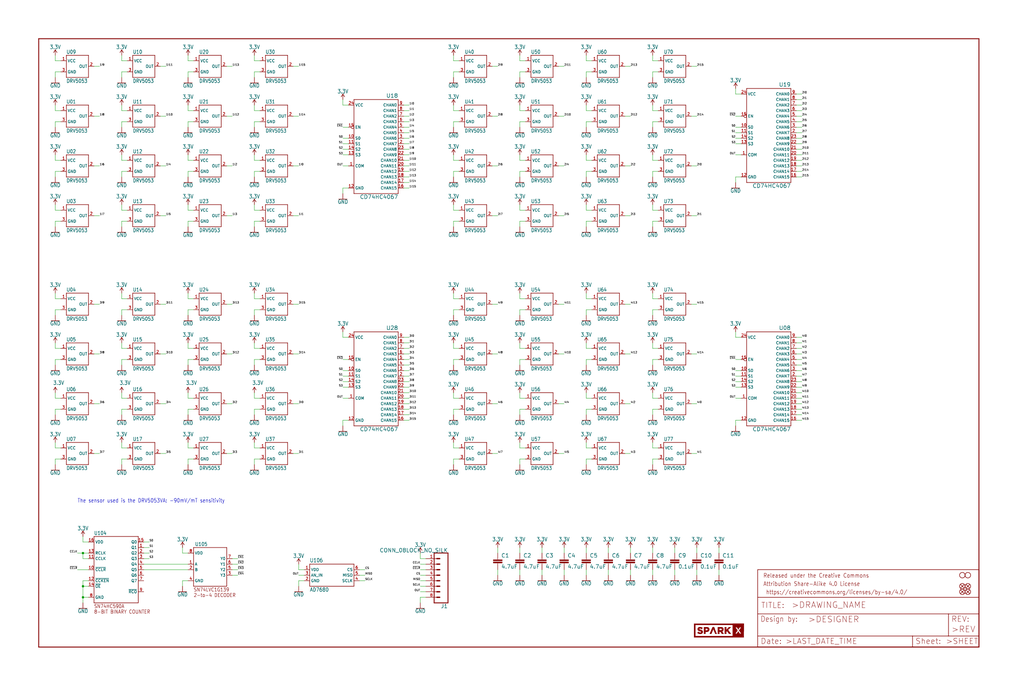
<source format=kicad_sch>
(kicad_sch (version 20211123) (generator eeschema)
  (paper "User" 470.306 317.906)
  (junction (at 38.1 254))
  (junction (at 38.1 269.24))
  (junction (at 38.1 274.32))
  (wire (pts (xy 309.88 254) (xy 309.88 251.46)))
  (wire (pts (xy 365.76 193.04) (xy 368.3 193.04)))
  (wire (pts (xy 271.78 210.82) (xy 269.24 210.82)))
  (wire (pts (xy 86.36 187.96) (xy 86.36 190.5)))
  (wire (pts (xy 226.06 99.06) (xy 228.6 99.06)))
  (wire (pts (xy 302.26 50.8) (xy 299.72 50.8)))
  (wire (pts (xy 193.04 274.32) (xy 193.04 276.86)))
  (wire (pts (xy 86.36 266.7) (xy 83.82 266.7)))
  (wire (pts (xy 25.4 33.02) (xy 25.4 35.56)))
  (wire (pts (xy 208.28 27.94) (xy 208.28 25.4)))
  (wire (pts (xy 55.88 78.74) (xy 55.88 81.28)))
  (wire (pts (xy 134.62 99.06) (xy 137.16 99.06)))
  (wire (pts (xy 185.42 162.56) (xy 187.96 162.56)))
  (wire (pts (xy 185.42 157.48) (xy 187.96 157.48)))
  (wire (pts (xy 185.42 76.2) (xy 187.96 76.2)))
  (wire (pts (xy 340.36 175.26) (xy 337.82 175.26)))
  (wire (pts (xy 210.82 101.6) (xy 208.28 101.6)))
  (wire (pts (xy 299.72 27.94) (xy 299.72 25.4)))
  (wire (pts (xy 83.82 266.7) (xy 83.82 269.24)))
  (wire (pts (xy 119.38 160.02) (xy 116.84 160.02)))
  (wire (pts (xy 226.06 162.56) (xy 228.6 162.56)))
  (wire (pts (xy 238.76 254) (xy 238.76 251.46)))
  (wire (pts (xy 208.28 101.6) (xy 208.28 104.14)))
  (wire (pts (xy 269.24 205.74) (xy 269.24 203.2)))
  (wire (pts (xy 66.04 261.62) (xy 86.36 261.62)))
  (wire (pts (xy 134.62 76.2) (xy 137.16 76.2)))
  (wire (pts (xy 210.82 182.88) (xy 208.28 182.88)))
  (wire (pts (xy 116.84 27.94) (xy 116.84 25.4)))
  (wire (pts (xy 88.9 33.02) (xy 86.36 33.02)))
  (wire (pts (xy 365.76 81.28) (xy 368.3 81.28)))
  (wire (pts (xy 287.02 99.06) (xy 289.56 99.06)))
  (wire (pts (xy 25.4 101.6) (xy 25.4 104.14)))
  (wire (pts (xy 337.82 154.94) (xy 337.82 152.4)))
  (wire (pts (xy 27.94 205.74) (xy 25.4 205.74)))
  (wire (pts (xy 340.36 60.96) (xy 337.82 60.96)))
  (wire (pts (xy 226.06 76.2) (xy 228.6 76.2)))
  (wire (pts (xy 299.72 160.02) (xy 299.72 157.48)))
  (wire (pts (xy 208.28 73.66) (xy 208.28 71.12)))
  (wire (pts (xy 299.72 33.02) (xy 299.72 35.56)))
  (wire (pts (xy 340.36 43.18) (xy 337.82 43.18)))
  (wire (pts (xy 195.58 274.32) (xy 193.04 274.32)))
  (wire (pts (xy 340.36 177.8) (xy 337.82 177.8)))
  (wire (pts (xy 287.02 30.48) (xy 289.56 30.48)))
  (wire (pts (xy 302.26 78.74) (xy 299.72 78.74)))
  (wire (pts (xy 104.14 162.56) (xy 106.68 162.56)))
  (wire (pts (xy 337.82 81.28) (xy 337.82 83.82)))
  (wire (pts (xy 208.28 160.02) (xy 208.28 157.48)))
  (wire (pts (xy 337.82 43.18) (xy 337.82 40.64)))
  (wire (pts (xy 88.9 187.96) (xy 86.36 187.96)))
  (wire (pts (xy 40.64 256.54) (xy 38.1 256.54)))
  (wire (pts (xy 185.42 165.1) (xy 187.96 165.1)))
  (wire (pts (xy 226.06 185.42) (xy 228.6 185.42)))
  (wire (pts (xy 287.02 162.56) (xy 289.56 162.56)))
  (wire (pts (xy 241.3 33.02) (xy 238.76 33.02)))
  (wire (pts (xy 160.02 63.5) (xy 157.48 63.5)))
  (wire (pts (xy 340.36 165.1) (xy 337.82 165.1)))
  (wire (pts (xy 185.42 71.12) (xy 187.96 71.12)))
  (wire (pts (xy 119.38 78.74) (xy 116.84 78.74)))
  (wire (pts (xy 271.78 73.66) (xy 269.24 73.66)))
  (wire (pts (xy 38.1 254) (xy 35.56 254)))
  (wire (pts (xy 269.24 137.16) (xy 269.24 134.62)))
  (wire (pts (xy 256.54 30.48) (xy 259.08 30.48)))
  (wire (pts (xy 185.42 190.5) (xy 187.96 190.5)))
  (wire (pts (xy 25.4 137.16) (xy 25.4 134.62)))
  (wire (pts (xy 238.76 142.24) (xy 238.76 144.78)))
  (wire (pts (xy 86.36 50.8) (xy 86.36 48.26)))
  (wire (pts (xy 86.36 137.16) (xy 86.36 134.62)))
  (wire (pts (xy 104.14 99.06) (xy 106.68 99.06)))
  (wire (pts (xy 302.26 205.74) (xy 299.72 205.74)))
  (wire (pts (xy 238.76 165.1) (xy 238.76 167.64)))
  (wire (pts (xy 309.88 264.16) (xy 309.88 261.62)))
  (wire (pts (xy 271.78 96.52) (xy 269.24 96.52)))
  (wire (pts (xy 66.04 259.08) (xy 86.36 259.08)))
  (wire (pts (xy 185.42 78.74) (xy 187.96 78.74)))
  (wire (pts (xy 55.88 50.8) (xy 55.88 48.26)))
  (wire (pts (xy 106.68 256.54) (xy 109.22 256.54)))
  (wire (pts (xy 55.88 27.94) (xy 55.88 25.4)))
  (wire (pts (xy 208.28 165.1) (xy 208.28 167.64)))
  (wire (pts (xy 299.72 210.82) (xy 299.72 213.36)))
  (wire (pts (xy 238.76 205.74) (xy 238.76 203.2)))
  (wire (pts (xy 195.58 266.7) (xy 193.04 266.7)))
  (wire (pts (xy 185.42 50.8) (xy 187.96 50.8)))
  (wire (pts (xy 185.42 73.66) (xy 187.96 73.66)))
  (wire (pts (xy 55.88 73.66) (xy 55.88 71.12)))
  (wire (pts (xy 160.02 172.72) (xy 157.48 172.72)))
  (wire (pts (xy 210.82 96.52) (xy 208.28 96.52)))
  (wire (pts (xy 116.84 50.8) (xy 116.84 48.26)))
  (wire (pts (xy 106.68 264.16) (xy 109.22 264.16)))
  (wire (pts (xy 185.42 58.42) (xy 187.96 58.42)))
  (wire (pts (xy 269.24 50.8) (xy 269.24 48.26)))
  (wire (pts (xy 238.76 96.52) (xy 238.76 93.98)))
  (wire (pts (xy 38.1 256.54) (xy 38.1 254)))
  (wire (pts (xy 185.42 68.58) (xy 187.96 68.58)))
  (wire (pts (xy 340.36 81.28) (xy 337.82 81.28)))
  (wire (pts (xy 271.78 27.94) (xy 269.24 27.94)))
  (wire (pts (xy 256.54 99.06) (xy 259.08 99.06)))
  (wire (pts (xy 88.9 50.8) (xy 86.36 50.8)))
  (wire (pts (xy 210.82 55.88) (xy 208.28 55.88)))
  (wire (pts (xy 365.76 180.34) (xy 368.3 180.34)))
  (wire (pts (xy 340.36 53.34) (xy 337.82 53.34)))
  (wire (pts (xy 58.42 78.74) (xy 55.88 78.74)))
  (wire (pts (xy 40.64 248.92) (xy 38.1 248.92)))
  (wire (pts (xy 86.36 101.6) (xy 86.36 104.14)))
  (wire (pts (xy 88.9 160.02) (xy 86.36 160.02)))
  (wire (pts (xy 330.2 251.46) (xy 330.2 254)))
  (wire (pts (xy 248.92 264.16) (xy 248.92 261.62)))
  (wire (pts (xy 88.9 137.16) (xy 86.36 137.16)))
  (wire (pts (xy 27.94 96.52) (xy 25.4 96.52)))
  (wire (pts (xy 287.02 208.28) (xy 289.56 208.28)))
  (wire (pts (xy 73.66 76.2) (xy 76.2 76.2)))
  (wire (pts (xy 73.66 99.06) (xy 76.2 99.06)))
  (wire (pts (xy 43.18 30.48) (xy 45.72 30.48)))
  (wire (pts (xy 25.4 210.82) (xy 25.4 213.36)))
  (wire (pts (xy 317.5 30.48) (xy 320.04 30.48)))
  (wire (pts (xy 317.5 53.34) (xy 320.04 53.34)))
  (wire (pts (xy 365.76 66.04) (xy 368.3 66.04)))
  (wire (pts (xy 302.26 187.96) (xy 299.72 187.96)))
  (wire (pts (xy 271.78 165.1) (xy 269.24 165.1)))
  (wire (pts (xy 86.36 205.74) (xy 86.36 203.2)))
  (wire (pts (xy 58.42 137.16) (xy 55.88 137.16)))
  (wire (pts (xy 86.36 96.52) (xy 86.36 93.98)))
  (wire (pts (xy 365.76 78.74) (xy 368.3 78.74)))
  (wire (pts (xy 208.28 50.8) (xy 208.28 48.26)))
  (wire (pts (xy 299.72 254) (xy 299.72 251.46)))
  (wire (pts (xy 299.72 182.88) (xy 299.72 180.34)))
  (wire (pts (xy 365.76 55.88) (xy 368.3 55.88)))
  (wire (pts (xy 259.08 254) (xy 259.08 251.46)))
  (wire (pts (xy 210.82 73.66) (xy 208.28 73.66)))
  (wire (pts (xy 139.7 264.16) (xy 137.16 264.16)))
  (wire (pts (xy 241.3 101.6) (xy 238.76 101.6)))
  (wire (pts (xy 238.76 55.88) (xy 238.76 58.42)))
  (wire (pts (xy 55.88 165.1) (xy 55.88 167.64)))
  (wire (pts (xy 210.82 160.02) (xy 208.28 160.02)))
  (wire (pts (xy 365.76 50.8) (xy 368.3 50.8)))
  (wire (pts (xy 365.76 157.48) (xy 368.3 157.48)))
  (wire (pts (xy 27.94 101.6) (xy 25.4 101.6)))
  (wire (pts (xy 299.72 264.16) (xy 299.72 261.62)))
  (wire (pts (xy 27.94 55.88) (xy 25.4 55.88)))
  (wire (pts (xy 269.24 264.16) (xy 269.24 261.62)))
  (wire (pts (xy 365.76 58.42) (xy 368.3 58.42)))
  (wire (pts (xy 185.42 154.94) (xy 187.96 154.94)))
  (wire (pts (xy 160.02 68.58) (xy 157.48 68.58)))
  (wire (pts (xy 256.54 53.34) (xy 259.08 53.34)))
  (wire (pts (xy 226.06 53.34) (xy 228.6 53.34)))
  (wire (pts (xy 299.72 137.16) (xy 299.72 134.62)))
  (wire (pts (xy 119.38 210.82) (xy 116.84 210.82)))
  (wire (pts (xy 86.36 33.02) (xy 86.36 35.56)))
  (wire (pts (xy 228.6 264.16) (xy 228.6 261.62)))
  (wire (pts (xy 73.66 185.42) (xy 76.2 185.42)))
  (wire (pts (xy 269.24 165.1) (xy 269.24 167.64)))
  (wire (pts (xy 238.76 50.8) (xy 238.76 48.26)))
  (wire (pts (xy 116.84 137.16) (xy 116.84 134.62)))
  (wire (pts (xy 88.9 78.74) (xy 86.36 78.74)))
  (wire (pts (xy 25.4 96.52) (xy 25.4 93.98)))
  (wire (pts (xy 88.9 96.52) (xy 86.36 96.52)))
  (wire (pts (xy 66.04 254) (xy 68.58 254)))
  (wire (pts (xy 27.94 50.8) (xy 25.4 50.8)))
  (wire (pts (xy 55.88 205.74) (xy 55.88 203.2)))
  (wire (pts (xy 317.5 99.06) (xy 320.04 99.06)))
  (wire (pts (xy 25.4 78.74) (xy 25.4 81.28)))
  (wire (pts (xy 340.36 170.18) (xy 337.82 170.18)))
  (wire (pts (xy 116.84 101.6) (xy 116.84 104.14)))
  (wire (pts (xy 365.76 43.18) (xy 368.3 43.18)))
  (wire (pts (xy 165.1 264.16) (xy 167.64 264.16)))
  (wire (pts (xy 208.28 96.52) (xy 208.28 93.98)))
  (wire (pts (xy 185.42 177.8) (xy 187.96 177.8)))
  (wire (pts (xy 116.84 33.02) (xy 116.84 35.56)))
  (wire (pts (xy 248.92 254) (xy 248.92 251.46)))
  (wire (pts (xy 134.62 208.28) (xy 137.16 208.28)))
  (wire (pts (xy 208.28 78.74) (xy 208.28 81.28)))
  (wire (pts (xy 365.76 165.1) (xy 368.3 165.1)))
  (wire (pts (xy 185.42 81.28) (xy 187.96 81.28)))
  (wire (pts (xy 27.94 160.02) (xy 25.4 160.02)))
  (wire (pts (xy 210.82 50.8) (xy 208.28 50.8)))
  (wire (pts (xy 365.76 63.5) (xy 368.3 63.5)))
  (wire (pts (xy 210.82 78.74) (xy 208.28 78.74)))
  (wire (pts (xy 299.72 165.1) (xy 299.72 167.64)))
  (wire (pts (xy 157.48 48.26) (xy 157.48 45.72)))
  (wire (pts (xy 104.14 76.2) (xy 106.68 76.2)))
  (wire (pts (xy 241.3 210.82) (xy 238.76 210.82)))
  (wire (pts (xy 365.76 60.96) (xy 368.3 60.96)))
  (wire (pts (xy 119.38 101.6) (xy 116.84 101.6)))
  (wire (pts (xy 365.76 160.02) (xy 368.3 160.02)))
  (wire (pts (xy 299.72 101.6) (xy 299.72 104.14)))
  (wire (pts (xy 241.3 160.02) (xy 238.76 160.02)))
  (wire (pts (xy 271.78 55.88) (xy 269.24 55.88)))
  (wire (pts (xy 271.78 142.24) (xy 269.24 142.24)))
  (wire (pts (xy 160.02 165.1) (xy 157.48 165.1)))
  (wire (pts (xy 160.02 86.36) (xy 157.48 86.36)))
  (wire (pts (xy 86.36 160.02) (xy 86.36 157.48)))
  (wire (pts (xy 210.82 205.74) (xy 208.28 205.74)))
  (wire (pts (xy 58.42 50.8) (xy 55.88 50.8)))
  (wire (pts (xy 365.76 76.2) (xy 368.3 76.2)))
  (wire (pts (xy 302.26 210.82) (xy 299.72 210.82)))
  (wire (pts (xy 119.38 142.24) (xy 116.84 142.24)))
  (wire (pts (xy 269.24 187.96) (xy 269.24 190.5)))
  (wire (pts (xy 302.26 142.24) (xy 299.72 142.24)))
  (wire (pts (xy 116.84 96.52) (xy 116.84 93.98)))
  (wire (pts (xy 119.38 137.16) (xy 116.84 137.16)))
  (wire (pts (xy 271.78 137.16) (xy 269.24 137.16)))
  (wire (pts (xy 269.24 182.88) (xy 269.24 180.34)))
  (wire (pts (xy 55.88 55.88) (xy 55.88 58.42)))
  (wire (pts (xy 73.66 53.34) (xy 76.2 53.34)))
  (wire (pts (xy 165.1 266.7) (xy 167.64 266.7)))
  (wire (pts (xy 58.42 142.24) (xy 55.88 142.24)))
  (wire (pts (xy 160.02 182.88) (xy 157.48 182.88)))
  (wire (pts (xy 226.06 208.28) (xy 228.6 208.28)))
  (wire (pts (xy 27.94 33.02) (xy 25.4 33.02)))
  (wire (pts (xy 302.26 33.02) (xy 299.72 33.02)))
  (wire (pts (xy 160.02 76.2) (xy 157.48 76.2)))
  (wire (pts (xy 134.62 30.48) (xy 137.16 30.48)))
  (wire (pts (xy 27.94 78.74) (xy 25.4 78.74)))
  (wire (pts (xy 238.76 73.66) (xy 238.76 71.12)))
  (wire (pts (xy 116.84 210.82) (xy 116.84 213.36)))
  (wire (pts (xy 302.26 182.88) (xy 299.72 182.88)))
  (wire (pts (xy 208.28 142.24) (xy 208.28 144.78)))
  (wire (pts (xy 88.9 27.94) (xy 86.36 27.94)))
  (wire (pts (xy 165.1 261.62) (xy 167.64 261.62)))
  (wire (pts (xy 185.42 86.36) (xy 187.96 86.36)))
  (wire (pts (xy 88.9 73.66) (xy 86.36 73.66)))
  (wire (pts (xy 287.02 53.34) (xy 289.56 53.34)))
  (wire (pts (xy 27.94 137.16) (xy 25.4 137.16)))
  (wire (pts (xy 27.94 187.96) (xy 25.4 187.96)))
  (wire (pts (xy 116.84 160.02) (xy 116.84 157.48)))
  (wire (pts (xy 208.28 55.88) (xy 208.28 58.42)))
  (wire (pts (xy 195.58 264.16) (xy 193.04 264.16)))
  (wire (pts (xy 27.94 73.66) (xy 25.4 73.66)))
  (wire (pts (xy 25.4 165.1) (xy 25.4 167.64)))
  (wire (pts (xy 119.38 205.74) (xy 116.84 205.74)))
  (wire (pts (xy 226.06 139.7) (xy 228.6 139.7)))
  (wire (pts (xy 88.9 165.1) (xy 86.36 165.1)))
  (wire (pts (xy 73.66 162.56) (xy 76.2 162.56)))
  (wire (pts (xy 195.58 256.54) (xy 193.04 256.54)))
  (wire (pts (xy 134.62 53.34) (xy 137.16 53.34)))
  (wire (pts (xy 86.36 78.74) (xy 86.36 81.28)))
  (wire (pts (xy 289.56 264.16) (xy 289.56 261.62)))
  (wire (pts (xy 58.42 160.02) (xy 55.88 160.02)))
  (wire (pts (xy 73.66 30.48) (xy 76.2 30.48)))
  (wire (pts (xy 119.38 73.66) (xy 116.84 73.66)))
  (wire (pts (xy 208.28 205.74) (xy 208.28 203.2)))
  (wire (pts (xy 365.76 182.88) (xy 368.3 182.88)))
  (wire (pts (xy 185.42 53.34) (xy 187.96 53.34)))
  (wire (pts (xy 88.9 55.88) (xy 86.36 55.88)))
  (wire (pts (xy 340.36 63.5) (xy 337.82 63.5)))
  (wire (pts (xy 365.76 172.72) (xy 368.3 172.72)))
  (wire (pts (xy 134.62 139.7) (xy 137.16 139.7)))
  (wire (pts (xy 38.1 266.7) (xy 38.1 269.24)))
  (wire (pts (xy 43.18 53.34) (xy 45.72 53.34)))
  (wire (pts (xy 40.64 261.62) (xy 35.56 261.62)))
  (wire (pts (xy 40.64 274.32) (xy 38.1 274.32)))
  (wire (pts (xy 195.58 271.78) (xy 193.04 271.78)))
  (wire (pts (xy 241.3 187.96) (xy 238.76 187.96)))
  (wire (pts (xy 134.62 185.42) (xy 137.16 185.42)))
  (wire (pts (xy 88.9 142.24) (xy 86.36 142.24)))
  (wire (pts (xy 27.94 27.94) (xy 25.4 27.94)))
  (wire (pts (xy 269.24 55.88) (xy 269.24 58.42)))
  (wire (pts (xy 299.72 96.52) (xy 299.72 93.98)))
  (wire (pts (xy 137.16 261.62) (xy 137.16 259.08)))
  (wire (pts (xy 241.3 182.88) (xy 238.76 182.88)))
  (wire (pts (xy 116.84 55.88) (xy 116.84 58.42)))
  (wire (pts (xy 195.58 261.62) (xy 193.04 261.62)))
  (wire (pts (xy 365.76 45.72) (xy 368.3 45.72)))
  (wire (pts (xy 365.76 68.58) (xy 368.3 68.58)))
  (wire (pts (xy 210.82 33.02) (xy 208.28 33.02)))
  (wire (pts (xy 185.42 48.26) (xy 187.96 48.26)))
  (wire (pts (xy 365.76 167.64) (xy 368.3 167.64)))
  (wire (pts (xy 86.36 27.94) (xy 86.36 25.4)))
  (wire (pts (xy 25.4 205.74) (xy 25.4 203.2)))
  (wire (pts (xy 119.38 187.96) (xy 116.84 187.96)))
  (wire (pts (xy 317.5 76.2) (xy 320.04 76.2)))
  (wire (pts (xy 116.84 187.96) (xy 116.84 190.5)))
  (wire (pts (xy 55.88 96.52) (xy 55.88 93.98)))
  (wire (pts (xy 256.54 208.28) (xy 259.08 208.28)))
  (wire (pts (xy 269.24 27.94) (xy 269.24 25.4)))
  (wire (pts (xy 317.5 139.7) (xy 320.04 139.7)))
  (wire (pts (xy 43.18 139.7) (xy 45.72 139.7)))
  (wire (pts (xy 320.04 264.16) (xy 320.04 261.62)))
  (wire (pts (xy 241.3 205.74) (xy 238.76 205.74)))
  (wire (pts (xy 160.02 154.94) (xy 157.48 154.94)))
  (wire (pts (xy 116.84 73.66) (xy 116.84 71.12)))
  (wire (pts (xy 365.76 170.18) (xy 368.3 170.18)))
  (wire (pts (xy 269.24 160.02) (xy 269.24 157.48)))
  (wire (pts (xy 365.76 185.42) (xy 368.3 185.42)))
  (wire (pts (xy 299.72 205.74) (xy 299.72 203.2)))
  (wire (pts (xy 208.28 137.16) (xy 208.28 134.62)))
  (wire (pts (xy 299.72 142.24) (xy 299.72 144.78)))
  (wire (pts (xy 210.82 187.96) (xy 208.28 187.96)))
  (wire (pts (xy 185.42 167.64) (xy 187.96 167.64)))
  (wire (pts (xy 116.84 182.88) (xy 116.84 180.34)))
  (wire (pts (xy 58.42 205.74) (xy 55.88 205.74)))
  (wire (pts (xy 340.36 182.88) (xy 337.82 182.88)))
  (wire (pts (xy 58.42 210.82) (xy 55.88 210.82)))
  (wire (pts (xy 55.88 33.02) (xy 55.88 35.56)))
  (wire (pts (xy 86.36 254) (xy 83.82 254)))
  (wire (pts (xy 210.82 27.94) (xy 208.28 27.94)))
  (wire (pts (xy 25.4 55.88) (xy 25.4 58.42)))
  (wire (pts (xy 157.48 86.36) (xy 157.48 88.9)))
  (wire (pts (xy 330.2 264.16) (xy 330.2 261.62)))
  (wire (pts (xy 38.1 274.32) (xy 38.1 276.86)))
  (wire (pts (xy 185.42 60.96) (xy 187.96 60.96)))
  (wire (pts (xy 86.36 165.1) (xy 86.36 167.64)))
  (wire (pts (xy 365.76 73.66) (xy 368.3 73.66)))
  (wire (pts (xy 106.68 259.08) (xy 109.22 259.08)))
  (wire (pts (xy 25.4 187.96) (xy 25.4 190.5)))
  (wire (pts (xy 185.42 160.02) (xy 187.96 160.02)))
  (wire (pts (xy 185.42 170.18) (xy 187.96 170.18)))
  (wire (pts (xy 269.24 33.02) (xy 269.24 35.56)))
  (wire (pts (xy 185.42 185.42) (xy 187.96 185.42)))
  (wire (pts (xy 55.88 182.88) (xy 55.88 180.34)))
  (wire (pts (xy 238.76 264.16) (xy 238.76 261.62)))
  (wire (pts (xy 241.3 73.66) (xy 238.76 73.66)))
  (wire (pts (xy 340.36 172.72) (xy 337.82 172.72)))
  (wire (pts (xy 116.84 142.24) (xy 116.84 144.78)))
  (wire (pts (xy 40.64 254) (xy 38.1 254)))
  (wire (pts (xy 193.04 256.54) (xy 193.04 254)))
  (wire (pts (xy 210.82 137.16) (xy 208.28 137.16)))
  (wire (pts (xy 365.76 48.26) (xy 368.3 48.26)))
  (wire (pts (xy 210.82 142.24) (xy 208.28 142.24)))
  (wire (pts (xy 116.84 78.74) (xy 116.84 81.28)))
  (wire (pts (xy 58.42 96.52) (xy 55.88 96.52)))
  (wire (pts (xy 269.24 73.66) (xy 269.24 71.12)))
  (wire (pts (xy 157.48 193.04) (xy 157.48 195.58)))
  (wire (pts (xy 241.3 50.8) (xy 238.76 50.8)))
  (wire (pts (xy 271.78 78.74) (xy 269.24 78.74)))
  (wire (pts (xy 139.7 266.7) (xy 137.16 266.7)))
  (wire (pts (xy 302.26 55.88) (xy 299.72 55.88)))
  (wire (pts (xy 55.88 137.16) (xy 55.88 134.62)))
  (wire (pts (xy 365.76 177.8) (xy 368.3 177.8)))
  (wire (pts (xy 289.56 254) (xy 289.56 251.46)))
  (wire (pts (xy 238.76 160.02) (xy 238.76 157.48)))
  (wire (pts (xy 160.02 175.26) (xy 157.48 175.26)))
  (wire (pts (xy 269.24 101.6) (xy 269.24 104.14)))
  (wire (pts (xy 139.7 261.62) (xy 137.16 261.62)))
  (wire (pts (xy 269.24 96.52) (xy 269.24 93.98)))
  (wire (pts (xy 160.02 66.04) (xy 157.48 66.04)))
  (wire (pts (xy 195.58 259.08) (xy 193.04 259.08)))
  (wire (pts (xy 43.18 99.06) (xy 45.72 99.06)))
  (wire (pts (xy 25.4 142.24) (xy 25.4 144.78)))
  (wire (pts (xy 365.76 190.5) (xy 368.3 190.5)))
  (wire (pts (xy 302.26 165.1) (xy 299.72 165.1)))
  (wire (pts (xy 27.94 182.88) (xy 25.4 182.88)))
  (wire (pts (xy 269.24 142.24) (xy 269.24 144.78)))
  (wire (pts (xy 66.04 256.54) (xy 68.58 256.54)))
  (wire (pts (xy 365.76 53.34) (xy 368.3 53.34)))
  (wire (pts (xy 271.78 33.02) (xy 269.24 33.02)))
  (wire (pts (xy 185.42 193.04) (xy 187.96 193.04)))
  (wire (pts (xy 185.42 172.72) (xy 187.96 172.72)))
  (wire (pts (xy 25.4 182.88) (xy 25.4 180.34)))
  (wire (pts (xy 86.36 55.88) (xy 86.36 58.42)))
  (wire (pts (xy 340.36 66.04) (xy 337.82 66.04)))
  (wire (pts (xy 337.82 193.04) (xy 337.82 195.58)))
  (wire (pts (xy 55.88 210.82) (xy 55.88 213.36)))
  (wire (pts (xy 241.3 96.52) (xy 238.76 96.52)))
  (wire (pts (xy 365.76 175.26) (xy 368.3 175.26)))
  (wire (pts (xy 302.26 137.16) (xy 299.72 137.16)))
  (wire (pts (xy 259.08 264.16) (xy 259.08 261.62)))
  (wire (pts (xy 241.3 142.24) (xy 238.76 142.24)))
  (wire (pts (xy 238.76 78.74) (xy 238.76 81.28)))
  (wire (pts (xy 208.28 33.02) (xy 208.28 35.56)))
  (wire (pts (xy 43.18 162.56) (xy 45.72 162.56)))
  (wire (pts (xy 365.76 71.12) (xy 368.3 71.12)))
  (wire (pts (xy 241.3 165.1) (xy 238.76 165.1)))
  (wire (pts (xy 25.4 50.8) (xy 25.4 48.26)))
  (wire (pts (xy 185.42 182.88) (xy 187.96 182.88)))
  (wire (pts (xy 302.26 101.6) (xy 299.72 101.6)))
  (wire (pts (xy 299.72 78.74) (xy 299.72 81.28)))
  (wire (pts (xy 302.26 27.94) (xy 299.72 27.94)))
  (wire (pts (xy 116.84 205.74) (xy 116.84 203.2)))
  (wire (pts (xy 317.5 208.28) (xy 320.04 208.28)))
  (wire (pts (xy 210.82 210.82) (xy 208.28 210.82)))
  (wire (pts (xy 287.02 76.2) (xy 289.56 76.2)))
  (wire (pts (xy 119.38 55.88) (xy 116.84 55.88)))
  (wire (pts (xy 137.16 266.7) (xy 137.16 269.24)))
  (wire (pts (xy 58.42 101.6) (xy 55.88 101.6)))
  (wire (pts (xy 160.02 71.12) (xy 157.48 71.12)))
  (wire (pts (xy 134.62 162.56) (xy 137.16 162.56)))
  (wire (pts (xy 271.78 50.8) (xy 269.24 50.8)))
  (wire (pts (xy 256.54 162.56) (xy 259.08 162.56)))
  (wire (pts (xy 317.5 162.56) (xy 320.04 162.56)))
  (wire (pts (xy 208.28 210.82) (xy 208.28 213.36)))
  (wire (pts (xy 58.42 187.96) (xy 55.88 187.96)))
  (wire (pts (xy 340.36 71.12) (xy 337.82 71.12)))
  (wire (pts (xy 88.9 205.74) (xy 86.36 205.74)))
  (wire (pts (xy 40.64 266.7) (xy 38.1 266.7)))
  (wire (pts (xy 365.76 154.94) (xy 368.3 154.94)))
  (wire (pts (xy 340.36 154.94) (xy 337.82 154.94)))
  (wire (pts (xy 55.88 101.6) (xy 55.88 104.14)))
  (wire (pts (xy 269.24 254) (xy 269.24 251.46)))
  (wire (pts (xy 88.9 101.6) (xy 86.36 101.6)))
  (wire (pts (xy 27.94 165.1) (xy 25.4 165.1)))
  (wire (pts (xy 160.02 170.18) (xy 157.48 170.18)))
  (wire (pts (xy 119.38 27.94) (xy 116.84 27.94)))
  (wire (pts (xy 256.54 185.42) (xy 259.08 185.42)))
  (wire (pts (xy 43.18 185.42) (xy 45.72 185.42)))
  (wire (pts (xy 119.38 96.52) (xy 116.84 96.52)))
  (wire (pts (xy 58.42 165.1) (xy 55.88 165.1)))
  (wire (pts (xy 238.76 33.02) (xy 238.76 35.56)))
  (wire (pts (xy 317.5 185.42) (xy 320.04 185.42)))
  (wire (pts (xy 365.76 187.96) (xy 368.3 187.96)))
  (wire (pts (xy 55.88 160.02) (xy 55.88 157.48)))
  (wire (pts (xy 86.36 182.88) (xy 86.36 180.34)))
  (wire (pts (xy 241.3 27.94) (xy 238.76 27.94)))
  (wire (pts (xy 27.94 142.24) (xy 25.4 142.24)))
  (wire (pts (xy 299.72 55.88) (xy 299.72 58.42)))
  (wire (pts (xy 256.54 139.7) (xy 259.08 139.7)))
  (wire (pts (xy 279.4 254) (xy 279.4 251.46)))
  (wire (pts (xy 271.78 160.02) (xy 269.24 160.02)))
  (wire (pts (xy 302.26 96.52) (xy 299.72 96.52)))
  (wire (pts (xy 271.78 101.6) (xy 269.24 101.6)))
  (wire (pts (xy 58.42 27.94) (xy 55.88 27.94)))
  (wire (pts (xy 27.94 210.82) (xy 25.4 210.82)))
  (wire (pts (xy 43.18 76.2) (xy 45.72 76.2)))
  (wire (pts (xy 160.02 58.42) (xy 157.48 58.42)))
  (wire (pts (xy 271.78 205.74) (xy 269.24 205.74)))
  (wire (pts (xy 271.78 182.88) (xy 269.24 182.88)))
  (wire (pts (xy 119.38 165.1) (xy 116.84 165.1)))
  (wire (pts (xy 279.4 264.16) (xy 279.4 261.62)))
  (wire (pts (xy 104.14 30.48) (xy 106.68 30.48)))
  (wire (pts (xy 157.48 154.94) (xy 157.48 152.4)))
  (wire (pts (xy 58.42 73.66) (xy 55.88 73.66)))
  (wire (pts (xy 38.1 269.24) (xy 38.1 274.32)))
  (wire (pts (xy 104.14 208.28) (xy 106.68 208.28)))
  (wire (pts (xy 340.36 193.04) (xy 337.82 193.04)))
  (wire (pts (xy 238.76 27.94) (xy 238.76 25.4)))
  (wire (pts (xy 119.38 33.02) (xy 116.84 33.02)))
  (wire (pts (xy 58.42 33.02) (xy 55.88 33.02)))
  (wire (pts (xy 25.4 73.66) (xy 25.4 71.12)))
  (wire (pts (xy 302.26 73.66) (xy 299.72 73.66)))
  (wire (pts (xy 40.64 269.24) (xy 38.1 269.24)))
  (wire (pts (xy 160.02 177.8) (xy 157.48 177.8)))
  (wire (pts (xy 287.02 185.42) (xy 289.56 185.42)))
  (wire (pts (xy 185.42 55.88) (xy 187.96 55.88)))
  (wire (pts (xy 116.84 165.1) (xy 116.84 167.64)))
  (wire (pts (xy 185.42 83.82) (xy 187.96 83.82)))
  (wire (pts (xy 302.26 160.02) (xy 299.72 160.02)))
  (wire (pts (xy 104.14 139.7) (xy 106.68 139.7)))
  (wire (pts (xy 287.02 139.7) (xy 289.56 139.7)))
  (wire (pts (xy 238.76 187.96) (xy 238.76 190.5)))
  (wire (pts (xy 88.9 210.82) (xy 86.36 210.82)))
  (wire (pts (xy 208.28 182.88) (xy 208.28 180.34)))
  (wire (pts (xy 55.88 187.96) (xy 55.88 190.5)))
  (wire (pts (xy 320.04 254) (xy 320.04 251.46)))
  (wire (pts (xy 86.36 142.24) (xy 86.36 144.78)))
  (wire (pts (xy 55.88 142.24) (xy 55.88 144.78)))
  (wire (pts (xy 185.42 63.5) (xy 187.96 63.5)))
  (wire (pts (xy 241.3 55.88) (xy 238.76 55.88)))
  (wire (pts (xy 241.3 137.16) (xy 238.76 137.16)))
  (wire (pts (xy 88.9 182.88) (xy 86.36 182.88)))
  (wire (pts (xy 340.36 58.42) (xy 337.82 58.42)))
  (wire (pts (xy 25.4 27.94) (xy 25.4 25.4)))
  (wire (pts (xy 119.38 50.8) (xy 116.84 50.8)))
  (wire (pts (xy 365.76 162.56) (xy 368.3 162.56)))
  (wire (pts (xy 185.42 180.34) (xy 187.96 180.34)))
  (wire (pts (xy 73.66 208.28) (xy 76.2 208.28)))
  (wire (pts (xy 25.4 160.02) (xy 25.4 157.48)))
  (wire (pts (xy 119.38 182.88) (xy 116.84 182.88)))
  (wire (pts (xy 299.72 73.66) (xy 299.72 71.12)))
  (wire (pts (xy 269.24 78.74) (xy 269.24 81.28)))
  (wire (pts (xy 238.76 101.6) (xy 238.76 104.14)))
  (wire (pts (xy 73.66 139.7) (xy 76.2 139.7)))
  (wire (pts (xy 185.42 175.26) (xy 187.96 175.26)))
  (wire (pts (xy 66.04 248.92) (xy 68.58 248.92)))
  (wire (pts (xy 104.14 53.34) (xy 106.68 53.34)))
  (wire (pts (xy 208.28 187.96) (xy 208.28 190.5)))
  (wire (pts (xy 160.02 48.26) (xy 157.48 48.26)))
  (wire (pts (xy 83.82 254) (xy 83.82 251.46)))
  (wire (pts (xy 228.6 254) (xy 228.6 251.46)))
  (wire (pts (xy 104.14 185.42) (xy 106.68 185.42)))
  (wire (pts (xy 66.04 251.46) (xy 68.58 251.46)))
  (wire (pts (xy 299.72 50.8) (xy 299.72 48.26)))
  (wire (pts (xy 299.72 187.96) (xy 299.72 190.5)))
  (wire (pts (xy 185.42 187.96) (xy 187.96 187.96)))
  (wire (pts (xy 238.76 137.16) (xy 238.76 134.62)))
  (wire (pts (xy 58.42 55.88) (xy 55.88 55.88)))
  (wire (pts (xy 210.82 165.1) (xy 208.28 165.1)))
  (wire (pts (xy 160.02 193.04) (xy 157.48 193.04)))
  (wire (pts (xy 226.06 30.48) (xy 228.6 30.48)))
  (wire (pts (xy 241.3 78.74) (xy 238.76 78.74)))
  (wire (pts (xy 271.78 187.96) (xy 269.24 187.96)))
  (wire (pts (xy 38.1 248.92) (xy 38.1 246.38)))
  (wire (pts (xy 58.42 182.88) (xy 55.88 182.88)))
  (wire (pts (xy 43.18 208.28) (xy 45.72 208.28)))
  (wire (pts (xy 238.76 210.82) (xy 238.76 213.36)))
  (wire (pts (xy 106.68 261.62) (xy 109.22 261.62)))
  (wire (pts (xy 185.42 66.04) (xy 187.96 66.04)))
  (wire (pts (xy 238.76 182.88) (xy 238.76 180.34)))
  (wire (pts (xy 256.54 76.2) (xy 259.08 76.2)))
  (wire (pts (xy 269.24 210.82) (xy 269.24 213.36)))
  (wire (pts (xy 195.58 269.24) (xy 193.04 269.24)))
  (wire (pts (xy 86.36 73.66) (xy 86.36 71.12)))
  (wire (pts (xy 86.36 210.82) (xy 86.36 213.36)))
  (text "The sensor used is the DRV5053VA: -90mV/mT sensitivity" (at 35.56 231.14 0) (effects (font (size 1.778 1.5113)) (justify left bottom)))
  (label "~{EN4}" (at 109.22 264.16 0) (effects (font (size 0.889 0.889))))
  (label "S2" (at 157.48 68.58 180) (effects (font (size 0.889 0.889))))
  (label "S0" (at 337.82 58.42 180) (effects (font (size 0.889 0.889))))
  (label "1I14" (at 187.96 83.82 0) (effects (font (size 0.889 0.889))))
  (label "S2" (at 337.82 175.26 180) (effects (font (size 0.889 0.889))))
  (label "3I0" (at 137.16 185.42 0) (effects (font (size 0.889 0.889))))
  (label "4I1" (at 320.04 208.28 0) (effects (font (size 0.889 0.889))))
  (label "4I11" (at 259.08 139.7 0) (effects (font (size 0.889 0.889))))
  (label "2I0" (at 320.04 76.2 0) (effects (font (size 0.889 0.889))))
  (label "3I3" (at 187.96 162.56 0) (effects (font (size 0.889 0.889))))
  (label "1I4" (at 187.96 58.42 0) (effects (font (size 0.889 0.889))))
  (label "4I13" (at 289.56 139.7 0) (effects (font (size 0.889 0.889))))
  (label "4I15" (at 320.04 139.7 0) (effects (font (size 0.889 0.889))))
  (label "1I3" (at 187.96 55.88 0) (effects (font (size 0.889 0.889))))
  (label "OUT" (at 337.82 182.88 180) (effects (font (size 0.889 0.889))))
  (label "4I8" (at 368.3 175.26 0) (effects (font (size 0.889 0.889))))
  (label "3I9" (at 187.96 177.8 0) (effects (font (size 0.889 0.889))))
  (label "3I13" (at 106.68 139.7 0) (effects (font (size 0.889 0.889))))
  (label "S3" (at 157.48 71.12 180) (effects (font (size 0.889 0.889))))
  (label "1I10" (at 187.96 73.66 0) (effects (font (size 0.889 0.889))))
  (label "4I5" (at 368.3 167.64 0) (effects (font (size 0.889 0.889))))
  (label "2I12" (at 289.56 53.34 0) (effects (font (size 0.889 0.889))))
  (label "4I2" (at 289.56 185.42 0) (effects (font (size 0.889 0.889))))
  (label "~{EN4}" (at 337.82 165.1 180) (effects (font (size 0.889 0.889))))
  (label "3I11" (at 187.96 182.88 0) (effects (font (size 0.889 0.889))))
  (label "3I7" (at 45.72 208.28 0) (effects (font (size 0.889 0.889))))
  (label "4I13" (at 368.3 187.96 0) (effects (font (size 0.889 0.889))))
  (label "1I6" (at 187.96 63.5 0) (effects (font (size 0.889 0.889))))
  (label "3I7" (at 187.96 172.72 0) (effects (font (size 0.889 0.889))))
  (label "CCLK" (at 193.04 259.08 180) (effects (font (size 0.889 0.889))))
  (label "2I6" (at 368.3 58.42 0) (effects (font (size 0.889 0.889))))
  (label "1I2" (at 187.96 53.34 0) (effects (font (size 0.889 0.889))))
  (label "1I10" (at 76.2 53.34 0) (effects (font (size 0.889 0.889))))
  (label "2I4" (at 368.3 53.34 0) (effects (font (size 0.889 0.889))))
  (label "3I3" (at 106.68 208.28 0) (effects (font (size 0.889 0.889))))
  (label "4I1" (at 368.3 157.48 0) (effects (font (size 0.889 0.889))))
  (label "3I15" (at 187.96 193.04 0) (effects (font (size 0.889 0.889))))
  (label "4I4" (at 259.08 185.42 0) (effects (font (size 0.889 0.889))))
  (label "4I11" (at 368.3 182.88 0) (effects (font (size 0.889 0.889))))
  (label "~{CCLR}" (at 193.04 261.62 180) (effects (font (size 0.889 0.889))))
  (label "1I7" (at 187.96 66.04 0) (effects (font (size 0.889 0.889))))
  (label "3I8" (at 45.72 162.56 0) (effects (font (size 0.889 0.889))))
  (label "4I5" (at 259.08 208.28 0) (effects (font (size 0.889 0.889))))
  (label "S1" (at 157.48 172.72 180) (effects (font (size 0.889 0.889))))
  (label "3I6" (at 45.72 185.42 0) (effects (font (size 0.889 0.889))))
  (label "1I15" (at 187.96 86.36 0) (effects (font (size 0.889 0.889))))
  (label "3I12" (at 106.68 162.56 0) (effects (font (size 0.889 0.889))))
  (label "2I3" (at 289.56 99.06 0) (effects (font (size 0.889 0.889))))
  (label "3I1" (at 187.96 157.48 0) (effects (font (size 0.889 0.889))))
  (label "1I1" (at 137.16 99.06 0) (effects (font (size 0.889 0.889))))
  (label "1I15" (at 137.16 30.48 0) (effects (font (size 0.889 0.889))))
  (label "2I1" (at 368.3 45.72 0) (effects (font (size 0.889 0.889))))
  (label "4I10" (at 368.3 180.34 0) (effects (font (size 0.889 0.889))))
  (label "2I5" (at 368.3 55.88 0) (effects (font (size 0.889 0.889))))
  (label "3I4" (at 76.2 185.42 0) (effects (font (size 0.889 0.889))))
  (label "2I1" (at 320.04 99.06 0) (effects (font (size 0.889 0.889))))
  (label "1I2" (at 106.68 76.2 0) (effects (font (size 0.889 0.889))))
  (label "~{EN2}" (at 337.82 53.34 180) (effects (font (size 0.889 0.889))))
  (label "3I15" (at 137.16 139.7 0) (effects (font (size 0.889 0.889))))
  (label "2I14" (at 320.04 53.34 0) (effects (font (size 0.889 0.889))))
  (label "1I5" (at 187.96 60.96 0) (effects (font (size 0.889 0.889))))
  (label "S3" (at 157.48 177.8 180) (effects (font (size 0.889 0.889))))
  (label "1I12" (at 187.96 78.74 0) (effects (font (size 0.889 0.889))))
  (label "1I1" (at 187.96 50.8 0) (effects (font (size 0.889 0.889))))
  (label "1I0" (at 137.16 76.2 0) (effects (font (size 0.889 0.889))))
  (label "1I11" (at 76.2 30.48 0) (effects (font (size 0.889 0.889))))
  (label "4I6" (at 368.3 170.18 0) (effects (font (size 0.889 0.889))))
  (label "SCLK" (at 167.64 266.7 0) (effects (font (size 0.889 0.889))))
  (label "4I3" (at 368.3 162.56 0) (effects (font (size 0.889 0.889))))
  (label "~{EN1}" (at 157.48 58.42 180) (effects (font (size 0.889 0.889))))
  (label "S2" (at 337.82 63.5 180) (effects (font (size 0.889 0.889))))
  (label "2I8" (at 368.3 63.5 0) (effects (font (size 0.889 0.889))))
  (label "3I5" (at 76.2 208.28 0) (effects (font (size 0.889 0.889))))
  (label "1I13" (at 187.96 81.28 0) (effects (font (size 0.889 0.889))))
  (label "3I4" (at 187.96 165.1 0) (effects (font (size 0.889 0.889))))
  (label "1I6" (at 45.72 76.2 0) (effects (font (size 0.889 0.889))))
  (label "S1" (at 337.82 172.72 180) (effects (font (size 0.889 0.889))))
  (label "1I8" (at 45.72 53.34 0) (effects (font (size 0.889 0.889))))
  (label "3I9" (at 45.72 139.7 0) (effects (font (size 0.889 0.889))))
  (label "4I14" (at 368.3 190.5 0) (effects (font (size 0.889 0.889))))
  (label "2I13" (at 368.3 76.2 0) (effects (font (size 0.889 0.889))))
  (label "2I12" (at 368.3 73.66 0) (effects (font (size 0.889 0.889))))
  (label "4I3" (at 289.56 208.28 0) (effects (font (size 0.889 0.889))))
  (label "4I12" (at 289.56 162.56 0) (effects (font (size 0.889 0.889))))
  (label "1I5" (at 76.2 99.06 0) (effects (font (size 0.889 0.889))))
  (label "2I2" (at 289.56 76.2 0) (effects (font (size 0.889 0.889))))
  (label "3I2" (at 187.96 160.02 0) (effects (font (size 0.889 0.889))))
  (label "S0" (at 68.58 248.92 0) (effects (font (size 0.889 0.889))))
  (label "S1" (at 68.58 251.46 0) (effects (font (size 0.889 0.889))))
  (label "CS" (at 193.04 264.16 180) (effects (font (size 0.889 0.889))))
  (label "S3" (at 68.58 256.54 0) (effects (font (size 0.889 0.889))))
  (label "1I9" (at 45.72 30.48 0) (effects (font (size 0.889 0.889))))
  (label "2I14" (at 368.3 78.74 0) (effects (font (size 0.889 0.889))))
  (label "2I11" (at 368.3 71.12 0) (effects (font (size 0.889 0.889))))
  (label "S1" (at 157.48 66.04 180) (effects (font (size 0.889 0.889))))
  (label "1I11" (at 187.96 76.2 0) (effects (font (size 0.889 0.889))))
  (label "4I9" (at 228.6 139.7 0) (effects (font (size 0.889 0.889))))
  (label "3I10" (at 187.96 180.34 0) (effects (font (size 0.889 0.889))))
  (label "3I14" (at 137.16 162.56 0) (effects (font (size 0.889 0.889))))
  (label "4I7" (at 228.6 208.28 0) (effects (font (size 0.889 0.889))))
  (label "2I8" (at 228.6 53.34 0) (effects (font (size 0.889 0.889))))
  (label "4I8" (at 228.6 162.56 0) (effects (font (size 0.889 0.889))))
  (label "~{EN3}" (at 109.22 261.62 0) (effects (font (size 0.889 0.889))))
  (label "2I0" (at 368.3 43.18 0) (effects (font (size 0.889 0.889))))
  (label "1I14" (at 137.16 53.34 0) (effects (font (size 0.889 0.889))))
  (label "S3" (at 337.82 66.04 180) (effects (font (size 0.889 0.889))))
  (label "2I9" (at 228.6 30.48 0) (effects (font (size 0.889 0.889))))
  (label "1I9" (at 187.96 71.12 0) (effects (font (size 0.889 0.889))))
  (label "1I8" (at 187.96 68.58 0) (effects (font (size 0.889 0.889))))
  (label "3I12" (at 187.96 185.42 0) (effects (font (size 0.889 0.889))))
  (label "~{EN3}" (at 157.48 165.1 180) (effects (font (size 0.889 0.889))))
  (label "1I3" (at 106.68 99.06 0) (effects (font (size 0.889 0.889))))
  (label "3I14" (at 187.96 190.5 0) (effects (font (size 0.889 0.889))))
  (label "2I10" (at 368.3 68.58 0) (effects (font (size 0.889 0.889))))
  (label "4I0" (at 320.04 185.42 0) (effects (font (size 0.889 0.889))))
  (label "4I2" (at 368.3 160.02 0) (effects (font (size 0.889 0.889))))
  (label "OUT" (at 157.48 76.2 180) (effects (font (size 0.889 0.889))))
  (label "3I1" (at 137.16 208.28 0) (effects (font (size 0.889 0.889))))
  (label "2I15" (at 320.04 30.48 0) (effects (font (size 0.889 0.889))))
  (label "3I10" (at 76.2 162.56 0) (effects (font (size 0.889 0.889))))
  (label "OUT" (at 193.04 271.78 180) (effects (font (size 0.889 0.889))))
  (label "4I7" (at 368.3 172.72 0) (effects (font (size 0.889 0.889))))
  (label "1I4" (at 76.2 76.2 0) (effects (font (size 0.889 0.889))))
  (label "~{EN2}" (at 109.22 259.08 0) (effects (font (size 0.889 0.889))))
  (label "3I11" (at 76.2 139.7 0) (effects (font (size 0.889 0.889))))
  (label "CS" (at 167.64 261.62 0) (effects (font (size 0.889 0.889))))
  (label "S2" (at 157.48 175.26 180) (effects (font (size 0.889 0.889))))
  (label "2I7" (at 228.6 99.06 0) (effects (font (size 0.889 0.889))))
  (label "4I6" (at 228.6 185.42 0) (effects (font (size 0.889 0.889))))
  (label "CCLK" (at 35.56 254 180) (effects (font (size 0.889 0.889))))
  (label "2I7" (at 368.3 60.96 0) (effects (font (size 0.889 0.889))))
  (label "S3" (at 337.82 177.8 180) (effects (font (size 0.889 0.889))))
  (label "2I4" (at 259.08 76.2 0) (effects (font (size 0.889 0.889))))
  (label "3I13" (at 187.96 187.96 0) (effects (font (size 0.889 0.889))))
  (label "3I8" (at 187.96 175.26 0) (effects (font (size 0.889 0.889))))
  (label "SCLK" (at 193.04 269.24 180) (effects (font (size 0.889 0.889))))
  (label "2I13" (at 289.56 30.48 0) (effects (font (size 0.889 0.889))))
  (label "S1" (at 337.82 60.96 180) (effects (font (size 0.889 0.889))))
  (label "2I9" (at 368.3 66.04 0) (effects (font (size 0.889 0.889))))
  (label "3I5" (at 187.96 167.64 0) (effects (font (size 0.889 0.889))))
  (label "4I14" (at 320.04 162.56 0) (effects (font (size 0.889 0.889))))
  (label "2I10" (at 259.08 53.34 0) (effects (font (size 0.889 0.889))))
  (label "OUT" (at 157.48 182.88 180) (effects (font (size 0.889 0.889))))
  (label "2I3" (at 368.3 50.8 0) (effects (font (size 0.889 0.889))))
  (label "4I9" (at 368.3 177.8 0) (effects (font (size 0.889 0.889))))
  (label "4I10" (at 259.08 162.56 0) (effects (font (size 0.889 0.889))))
  (label "MISO" (at 167.64 264.16 0) (effects (font (size 0.889 0.889))))
  (label "S0" (at 337.82 170.18 180) (effects (font (size 0.889 0.889))))
  (label "4I0" (at 368.3 154.94 0) (effects (font (size 0.889 0.889))))
  (label "S0" (at 157.48 170.18 180) (effects (font (size 0.889 0.889))))
  (label "1I13" (at 106.68 30.48 0) (effects (font (size 0.889 0.889))))
  (label "MISO" (at 193.04 266.7 180) (effects (font (size 0.889 0.889))))
  (label "2I15" (at 368.3 81.28 0) (effects (font (size 0.889 0.889))))
  (label "1I7" (at 45.72 99.06 0) (effects (font (size 0.889 0.889))))
  (label "2I2" (at 368.3 48.26 0) (effects (font (size 0.889 0.889))))
  (label "1I12" (at 106.68 53.34 0) (effects (font (size 0.889 0.889))))
  (label "3I2" (at 106.68 185.42 0) (effects (font (size 0.889 0.889))))
  (label "S0" (at 157.48 63.5 180) (effects (font (size 0.889 0.889))))
  (label "2I6" (at 228.6 76.2 0) (effects (font (size 0.889 0.889))))
  (label "OUT" (at 337.82 71.12 180) (effects (font (size 0.889 0.889))))
  (label "3I6" (at 187.96 170.18 0) (effects (font (size 0.889 0.889))))
  (label "~{EN1}" (at 109.22 256.54 0) (effects (font (size 0.889 0.889))))
  (label "4I4" (at 368.3 165.1 0) (effects (font (size 0.889 0.889))))
  (label "2I5" (at 259.08 99.06 0) (effects (font (size 0.889 0.889))))
  (label "1I0" (at 187.96 48.26 0) (effects (font (size 0.889 0.889))))
  (label "2I11" (at 259.08 30.48 0) (effects (font (size 0.889 0.889))))
  (label "~{CCLR}" (at 35.56 261.62 180) (effects (font (size 0.889 0.889))))
  (label "3I0" (at 187.96 154.94 0) (effects (font (size 0.889 0.889))))
  (label "4I12" (at 368.3 185.42 0) (effects (font (size 0.889 0.889))))
  (label "4I15" (at 368.3 193.04 0) (effects (font (size 0.889 0.889))))
  (label "OUT" (at 137.16 264.16 180) (effects (font (size 0.889 0.889))))
  (label "S2" (at 68.58 254 0) (effects (font (size 0.889 0.889))))
  (symbol (lib_id "eagleSchem-eagle-import:3.3V") (at 116.84 48.26 0) (unit 1)
    (property "Reference" "#P+12" (effects hide))
    (property "Value" "3.3V" (at 116.84 45.466 0) (effects (font (size 1.778 1.5113)) (justify bottom)))
    (property "Footprint" "eagleSchem:" (effects hide))
  )
  (symbol (lib_id "eagleSchem-eagle-import:GND") (at 269.24 38.1 0) (unit 1)
    (property "Reference" "#GND7" (effects hide))
    (property "Value" "GND" (at 269.24 38.354 0) (effects (font (size 1.778 1.5113)) (justify top)))
    (property "Footprint" "eagleSchem:" (effects hide))
  )
  (symbol (lib_id "eagleSchem-eagle-import:GND") (at 55.88 215.9 0) (unit 1)
    (property "Reference" "#GND58" (effects hide))
    (property "Value" "GND" (at 55.88 216.154 0) (effects (font (size 1.778 1.5113)) (justify top)))
    (property "Footprint" "eagleSchem:" (effects hide))
  )
  (symbol (lib_id "eagleSchem-eagle-import:GND") (at 269.24 266.7 0) (unit 1)
    (property "Reference" "#GND77" (effects hide))
    (property "Value" "GND" (at 269.24 266.954 0) (effects (font (size 1.778 1.5113)) (justify top)))
    (property "Footprint" "eagleSchem:" (effects hide))
  )
  (symbol (lib_id "eagleSchem-eagle-import:3.3V") (at 137.16 259.08 0) (unit 1)
    (property "Reference" "#P+69" (effects hide))
    (property "Value" "3.3V" (at 137.16 256.286 0) (effects (font (size 1.778 1.5113)) (justify bottom)))
    (property "Footprint" "eagleSchem:" (effects hide))
  )
  (symbol (lib_id "eagleSchem-eagle-import:GND") (at 25.4 106.68 0) (unit 1)
    (property "Reference" "#GND25" (effects hide))
    (property "Value" "GND" (at 25.4 106.934 0) (effects (font (size 1.778 1.5113)) (justify top)))
    (property "Footprint" "eagleSchem:" (effects hide))
  )
  (symbol (lib_id "eagleSchem-eagle-import:GND") (at 25.4 193.04 0) (unit 1)
    (property "Reference" "#GND49" (effects hide))
    (property "Value" "GND" (at 25.4 193.294 0) (effects (font (size 1.778 1.5113)) (justify top)))
    (property "Footprint" "eagleSchem:" (effects hide))
  )
  (symbol (lib_id "eagleSchem-eagle-import:GND") (at 116.84 147.32 0) (unit 1)
    (property "Reference" "#GND36" (effects hide))
    (property "Value" "GND" (at 116.84 147.574 0) (effects (font (size 1.778 1.5113)) (justify top)))
    (property "Footprint" "eagleSchem:" (effects hide))
  )
  (symbol (lib_id "eagleSchem-eagle-import:GND") (at 269.24 106.68 0) (unit 1)
    (property "Reference" "#GND31" (effects hide))
    (property "Value" "GND" (at 269.24 106.934 0) (effects (font (size 1.778 1.5113)) (justify top)))
    (property "Footprint" "eagleSchem:" (effects hide))
  )
  (symbol (lib_id "eagleSchem-eagle-import:3.3V") (at 25.4 180.34 0) (unit 1)
    (property "Reference" "#P+49" (effects hide))
    (property "Value" "3.3V" (at 24.384 176.784 0) (effects (font (size 1.778 1.5113)) (justify left bottom)))
    (property "Footprint" "eagleSchem:" (effects hide))
  )
  (symbol (lib_id "eagleSchem-eagle-import:DRV5053") (at 127 208.28 0) (unit 1)
    (property "Reference" "U37" (at 121.92 202.565 0) (effects (font (size 1.6764 1.4249)) (justify left bottom)))
    (property "Value" "DRV5053" (at 121.92 215.9 0) (effects (font (size 1.6764 1.4249)) (justify left bottom)))
    (property "Footprint" "eagleSchem:SOT23-3" (effects hide))
  )
  (symbol (lib_id "eagleSchem-eagle-import:GND") (at 238.76 193.04 0) (unit 1)
    (property "Reference" "#GND54" (effects hide))
    (property "Value" "GND" (at 238.76 193.294 0) (effects (font (size 1.778 1.5113)) (justify top)))
    (property "Footprint" "eagleSchem:" (effects hide))
  )
  (symbol (lib_id "eagleSchem-eagle-import:GND") (at 116.84 106.68 0) (unit 1)
    (property "Reference" "#GND28" (effects hide))
    (property "Value" "GND" (at 116.84 106.934 0) (effects (font (size 1.778 1.5113)) (justify top)))
    (property "Footprint" "eagleSchem:" (effects hide))
  )
  (symbol (lib_id "eagleSchem-eagle-import:3.3V") (at 86.36 71.12 0) (unit 1)
    (property "Reference" "#P+19" (effects hide))
    (property "Value" "3.3V" (at 86.36 68.326 0) (effects (font (size 1.778 1.5113)) (justify bottom)))
    (property "Footprint" "eagleSchem:" (effects hide))
  )
  (symbol (lib_id "eagleSchem-eagle-import:0.1UF-0603-25V-(+80{slash}-20%)") (at 309.88 259.08 0) (unit 1)
    (property "Reference" "C9" (at 311.404 256.159 0) (effects (font (size 1.778 1.778)) (justify left bottom)))
    (property "Value" "0.1uF" (at 311.404 261.239 0) (effects (font (size 1.778 1.778)) (justify left bottom)))
    (property "Footprint" "eagleSchem:0603" (effects hide))
  )
  (symbol (lib_id "eagleSchem-eagle-import:GND") (at 228.6 266.7 0) (unit 1)
    (property "Reference" "#GND73" (effects hide))
    (property "Value" "GND" (at 228.6 266.954 0) (effects (font (size 1.778 1.5113)) (justify top)))
    (property "Footprint" "eagleSchem:" (effects hide))
  )
  (symbol (lib_id "eagleSchem-eagle-import:GND") (at 299.72 60.96 0) (unit 1)
    (property "Reference" "#GND16" (effects hide))
    (property "Value" "GND" (at 299.72 61.214 0) (effects (font (size 1.778 1.5113)) (justify top)))
    (property "Footprint" "eagleSchem:" (effects hide))
  )
  (symbol (lib_id "eagleSchem-eagle-import:4.7UF-0603-6.3V-(10%)") (at 279.4 259.08 0) (unit 1)
    (property "Reference" "C6" (at 280.924 256.159 0) (effects (font (size 1.778 1.778)) (justify left bottom)))
    (property "Value" "4.7uF" (at 280.924 261.239 0) (effects (font (size 1.778 1.778)) (justify left bottom)))
    (property "Footprint" "eagleSchem:0603" (effects hide))
  )
  (symbol (lib_id "eagleSchem-eagle-import:GND") (at 248.92 266.7 0) (unit 1)
    (property "Reference" "#GND75" (effects hide))
    (property "Value" "GND" (at 248.92 266.954 0) (effects (font (size 1.778 1.5113)) (justify top)))
    (property "Footprint" "eagleSchem:" (effects hide))
  )
  (symbol (lib_id "eagleSchem-eagle-import:3.3V") (at 38.1 246.38 0) (unit 1)
    (property "Reference" "#P+71" (effects hide))
    (property "Value" "3.3V" (at 38.1 243.586 0) (effects (font (size 1.778 1.5113)) (justify bottom)))
    (property "Footprint" "eagleSchem:" (effects hide))
  )
  (symbol (lib_id "eagleSchem-eagle-import:GND") (at 38.1 279.4 0) (unit 1)
    (property "Reference" "#GND71" (effects hide))
    (property "Value" "GND" (at 38.1 279.654 0) (effects (font (size 1.778 1.5113)) (justify top)))
    (property "Footprint" "eagleSchem:" (effects hide))
  )
  (symbol (lib_id "eagleSchem-eagle-import:3.3V") (at 238.76 180.34 0) (unit 1)
    (property "Reference" "#P+54" (effects hide))
    (property "Value" "3.3V" (at 238.76 177.546 0) (effects (font (size 1.778 1.5113)) (justify bottom)))
    (property "Footprint" "eagleSchem:" (effects hide))
  )
  (symbol (lib_id "eagleSchem-eagle-import:3.3V") (at 55.88 48.26 0) (unit 1)
    (property "Reference" "#P+10" (effects hide))
    (property "Value" "3.3V" (at 55.88 45.466 0) (effects (font (size 1.778 1.5113)) (justify bottom)))
    (property "Footprint" "eagleSchem:" (effects hide))
  )
  (symbol (lib_id "eagleSchem-eagle-import:DRV5053") (at 35.56 208.28 0) (unit 1)
    (property "Reference" "U07" (at 30.48 202.565 0) (effects (font (size 1.6764 1.4249)) (justify left bottom)))
    (property "Value" "DRV5053" (at 30.48 215.9 0) (effects (font (size 1.6764 1.4249)) (justify left bottom)))
    (property "Footprint" "eagleSchem:SOT23-3" (effects hide))
  )
  (symbol (lib_id "eagleSchem-eagle-import:GND") (at 299.72 38.1 0) (unit 1)
    (property "Reference" "#GND8" (effects hide))
    (property "Value" "GND" (at 299.72 38.354 0) (effects (font (size 1.778 1.5113)) (justify top)))
    (property "Footprint" "eagleSchem:" (effects hide))
  )
  (symbol (lib_id "eagleSchem-eagle-import:3.3V") (at 330.2 251.46 0) (unit 1)
    (property "Reference" "#P+83" (effects hide))
    (property "Value" "3.3V" (at 330.2 248.666 0) (effects (font (size 1.778 1.5113)) (justify bottom)))
    (property "Footprint" "eagleSchem:" (effects hide))
  )
  (symbol (lib_id "eagleSchem-eagle-import:3.3V") (at 337.82 40.64 0) (unit 1)
    (property "Reference" "#P+66" (effects hide))
    (property "Value" "3.3V" (at 337.82 37.846 0) (effects (font (size 1.778 1.5113)) (justify bottom)))
    (property "Footprint" "eagleSchem:" (effects hide))
  )
  (symbol (lib_id "eagleSchem-eagle-import:DRV5053") (at 309.88 185.42 0) (unit 1)
    (property "Reference" "U76" (at 304.8 179.705 0) (effects (font (size 1.6764 1.4249)) (justify left bottom)))
    (property "Value" "DRV5053" (at 304.8 193.04 0) (effects (font (size 1.6764 1.4249)) (justify left bottom)))
    (property "Footprint" "eagleSchem:SOT23-3" (effects hide))
  )
  (symbol (lib_id "eagleSchem-eagle-import:0.1UF-0603-25V-(+80{slash}-20%)") (at 320.04 259.08 0) (unit 1)
    (property "Reference" "C10" (at 321.564 256.159 0) (effects (font (size 1.778 1.778)) (justify left bottom)))
    (property "Value" "0.1uF" (at 321.564 261.239 0) (effects (font (size 1.778 1.778)) (justify left bottom)))
    (property "Footprint" "eagleSchem:0603" (effects hide))
  )
  (symbol (lib_id "eagleSchem-eagle-import:FIDUCIALUFIDUCIAL") (at 444.5 271.78 0) (unit 1)
    (property "Reference" "FD4" (effects hide))
    (property "Value" "FIDUCIALUFIDUCIAL" (effects hide))
    (property "Footprint" "eagleSchem:FIDUCIAL-MICRO" (effects hide))
  )
  (symbol (lib_id "eagleSchem-eagle-import:GND") (at 55.88 106.68 0) (unit 1)
    (property "Reference" "#GND26" (effects hide))
    (property "Value" "GND" (at 55.88 106.934 0) (effects (font (size 1.778 1.5113)) (justify top)))
    (property "Footprint" "eagleSchem:" (effects hide))
  )
  (symbol (lib_id "eagleSchem-eagle-import:DRV5053") (at 127 53.34 0) (unit 1)
    (property "Reference" "U31" (at 121.92 47.625 0) (effects (font (size 1.6764 1.4249)) (justify left bottom)))
    (property "Value" "DRV5053" (at 121.92 60.96 0) (effects (font (size 1.6764 1.4249)) (justify left bottom)))
    (property "Footprint" "eagleSchem:SOT23-3" (effects hide))
  )
  (symbol (lib_id "eagleSchem-eagle-import:GND") (at 116.84 38.1 0) (unit 1)
    (property "Reference" "#GND4" (effects hide))
    (property "Value" "GND" (at 116.84 38.354 0) (effects (font (size 1.778 1.5113)) (justify top)))
    (property "Footprint" "eagleSchem:" (effects hide))
  )
  (symbol (lib_id "eagleSchem-eagle-import:744067SM96") (at 172.72 172.72 0) (mirror y) (unit 1)
    (property "Reference" "U28" (at 182.88 151.638 0) (effects (font (size 1.778 1.778)) (justify left bottom)))
    (property "Value" "CD74HC4067" (at 182.88 198.12 0) (effects (font (size 1.778 1.778)) (justify left bottom)))
    (property "Footprint" "eagleSchem:SSOP24" (effects hide))
  )
  (symbol (lib_id "eagleSchem-eagle-import:3.3V") (at 299.72 25.4 0) (unit 1)
    (property "Reference" "#P+8" (effects hide))
    (property "Value" "3.3V" (at 299.72 22.606 0) (effects (font (size 1.778 1.5113)) (justify bottom)))
    (property "Footprint" "eagleSchem:" (effects hide))
  )
  (symbol (lib_id "eagleSchem-eagle-import:DRV5053") (at 35.56 76.2 0) (unit 1)
    (property "Reference" "U02" (at 30.48 70.485 0) (effects (font (size 1.6764 1.4249)) (justify left bottom)))
    (property "Value" "DRV5053" (at 30.48 83.82 0) (effects (font (size 1.6764 1.4249)) (justify left bottom)))
    (property "Footprint" "eagleSchem:SOT23-3" (effects hide))
  )
  (symbol (lib_id "eagleSchem-eagle-import:3.3V") (at 299.72 134.62 0) (unit 1)
    (property "Reference" "#P+40" (effects hide))
    (property "Value" "3.3V" (at 299.72 131.826 0) (effects (font (size 1.778 1.5113)) (justify bottom)))
    (property "Footprint" "eagleSchem:" (effects hide))
  )
  (symbol (lib_id "eagleSchem-eagle-import:DRV5053") (at 248.92 30.48 0) (unit 1)
    (property "Reference" "U50" (at 243.84 24.765 0) (effects (font (size 1.6764 1.4249)) (justify left bottom)))
    (property "Value" "DRV5053" (at 243.84 38.1 0) (effects (font (size 1.6764 1.4249)) (justify left bottom)))
    (property "Footprint" "eagleSchem:SOT23-3" (effects hide))
  )
  (symbol (lib_id "eagleSchem-eagle-import:GND") (at 269.24 170.18 0) (unit 1)
    (property "Reference" "#GND47" (effects hide))
    (property "Value" "GND" (at 269.24 170.434 0) (effects (font (size 1.778 1.5113)) (justify top)))
    (property "Footprint" "eagleSchem:" (effects hide))
  )
  (symbol (lib_id "eagleSchem-eagle-import:GND") (at 86.36 83.82 0) (unit 1)
    (property "Reference" "#GND19" (effects hide))
    (property "Value" "GND" (at 86.36 84.074 0) (effects (font (size 1.778 1.5113)) (justify top)))
    (property "Footprint" "eagleSchem:" (effects hide))
  )
  (symbol (lib_id "eagleSchem-eagle-import:GND") (at 55.88 60.96 0) (unit 1)
    (property "Reference" "#GND10" (effects hide))
    (property "Value" "GND" (at 55.88 61.214 0) (effects (font (size 1.778 1.5113)) (justify top)))
    (property "Footprint" "eagleSchem:" (effects hide))
  )
  (symbol (lib_id "eagleSchem-eagle-import:DRV5053") (at 66.04 99.06 0) (unit 1)
    (property "Reference" "U13" (at 60.96 93.345 0) (effects (font (size 1.6764 1.4249)) (justify left bottom)))
    (property "Value" "DRV5053" (at 60.96 106.68 0) (effects (font (size 1.6764 1.4249)) (justify left bottom)))
    (property "Footprint" "eagleSchem:SOT23-3" (effects hide))
  )
  (symbol (lib_id "eagleSchem-eagle-import:3.3V") (at 116.84 93.98 0) (unit 1)
    (property "Reference" "#P+28" (effects hide))
    (property "Value" "3.3V" (at 116.84 91.186 0) (effects (font (size 1.778 1.5113)) (justify bottom)))
    (property "Footprint" "eagleSchem:" (effects hide))
  )
  (symbol (lib_id "eagleSchem-eagle-import:DRV5053") (at 218.44 30.48 0) (unit 1)
    (property "Reference" "U40" (at 213.36 24.765 0) (effects (font (size 1.6764 1.4249)) (justify left bottom)))
    (property "Value" "DRV5053" (at 213.36 38.1 0) (effects (font (size 1.6764 1.4249)) (justify left bottom)))
    (property "Footprint" "eagleSchem:SOT23-3" (effects hide))
  )
  (symbol (lib_id "eagleSchem-eagle-import:DRV5053") (at 66.04 139.7 0) (unit 1)
    (property "Reference" "U14" (at 60.96 133.985 0) (effects (font (size 1.6764 1.4249)) (justify left bottom)))
    (property "Value" "DRV5053" (at 60.96 147.32 0) (effects (font (size 1.6764 1.4249)) (justify left bottom)))
    (property "Footprint" "eagleSchem:SOT23-3" (effects hide))
  )
  (symbol (lib_id "eagleSchem-eagle-import:744067SM96") (at 353.06 172.72 0) (mirror y) (unit 1)
    (property "Reference" "U08" (at 363.22 151.638 0) (effects (font (size 1.778 1.778)) (justify left bottom)))
    (property "Value" "CD74HC4067" (at 363.22 198.12 0) (effects (font (size 1.778 1.778)) (justify left bottom)))
    (property "Footprint" "eagleSchem:SSOP24" (effects hide))
  )
  (symbol (lib_id "eagleSchem-eagle-import:GND") (at 25.4 83.82 0) (unit 1)
    (property "Reference" "#GND17" (effects hide))
    (property "Value" "GND" (at 25.4 84.074 0) (effects (font (size 1.778 1.5113)) (justify top)))
    (property "Footprint" "eagleSchem:" (effects hide))
  )
  (symbol (lib_id "eagleSchem-eagle-import:3.3V") (at 208.28 93.98 0) (unit 1)
    (property "Reference" "#P+29" (effects hide))
    (property "Value" "3.3V" (at 208.28 91.186 0) (effects (font (size 1.778 1.5113)) (justify bottom)))
    (property "Footprint" "eagleSchem:" (effects hide))
  )
  (symbol (lib_id "eagleSchem-eagle-import:FIDUCIALUFIDUCIAL") (at 444.5 269.24 0) (unit 1)
    (property "Reference" "FD1" (effects hide))
    (property "Value" "FIDUCIALUFIDUCIAL" (effects hide))
    (property "Footprint" "eagleSchem:FIDUCIAL-MICRO" (effects hide))
  )
  (symbol (lib_id "eagleSchem-eagle-import:DRV5053") (at 96.52 99.06 0) (unit 1)
    (property "Reference" "U23" (at 91.44 93.345 0) (effects (font (size 1.6764 1.4249)) (justify left bottom)))
    (property "Value" "DRV5053" (at 91.44 106.68 0) (effects (font (size 1.6764 1.4249)) (justify left bottom)))
    (property "Footprint" "eagleSchem:SOT23-3" (effects hide))
  )
  (symbol (lib_id "eagleSchem-eagle-import:GND") (at 208.28 38.1 0) (unit 1)
    (property "Reference" "#GND5" (effects hide))
    (property "Value" "GND" (at 208.28 38.354 0) (effects (font (size 1.778 1.5113)) (justify top)))
    (property "Footprint" "eagleSchem:" (effects hide))
  )
  (symbol (lib_id "eagleSchem-eagle-import:DRV5053") (at 309.88 30.48 0) (unit 1)
    (property "Reference" "U70" (at 304.8 24.765 0) (effects (font (size 1.6764 1.4249)) (justify left bottom)))
    (property "Value" "DRV5053" (at 304.8 38.1 0) (effects (font (size 1.6764 1.4249)) (justify left bottom)))
    (property "Footprint" "eagleSchem:SOT23-3" (effects hide))
  )
  (symbol (lib_id "eagleSchem-eagle-import:FRAME-LEDGER") (at 347.98 297.18 0) (unit 2)
    (property "Reference" "FRAME1" (effects hide))
    (property "Value" "FRAME-LEDGER" (effects hide))
    (property "Footprint" "eagleSchem:CREATIVE_COMMONS" (effects hide))
  )
  (symbol (lib_id "eagleSchem-eagle-import:3.3V") (at 238.76 93.98 0) (unit 1)
    (property "Reference" "#P+30" (effects hide))
    (property "Value" "3.3V" (at 238.76 91.186 0) (effects (font (size 1.778 1.5113)) (justify bottom)))
    (property "Footprint" "eagleSchem:" (effects hide))
  )
  (symbol (lib_id "eagleSchem-eagle-import:DRV5053") (at 96.52 53.34 0) (unit 1)
    (property "Reference" "U21" (at 91.44 47.625 0) (effects (font (size 1.6764 1.4249)) (justify left bottom)))
    (property "Value" "DRV5053" (at 91.44 60.96 0) (effects (font (size 1.6764 1.4249)) (justify left bottom)))
    (property "Footprint" "eagleSchem:SOT23-3" (effects hide))
  )
  (symbol (lib_id "eagleSchem-eagle-import:DRV5053") (at 96.52 185.42 0) (unit 1)
    (property "Reference" "U26" (at 91.44 179.705 0) (effects (font (size 1.6764 1.4249)) (justify left bottom)))
    (property "Value" "DRV5053" (at 91.44 193.04 0) (effects (font (size 1.6764 1.4249)) (justify left bottom)))
    (property "Footprint" "eagleSchem:SOT23-3" (effects hide))
  )
  (symbol (lib_id "eagleSchem-eagle-import:3.3V") (at 208.28 48.26 0) (unit 1)
    (property "Reference" "#P+13" (effects hide))
    (property "Value" "3.3V" (at 208.28 45.466 0) (effects (font (size 1.778 1.5113)) (justify bottom)))
    (property "Footprint" "eagleSchem:" (effects hide))
  )
  (symbol (lib_id "eagleSchem-eagle-import:DRV5053") (at 279.4 99.06 0) (unit 1)
    (property "Reference" "U63" (at 274.32 93.345 0) (effects (font (size 1.6764 1.4249)) (justify left bottom)))
    (property "Value" "DRV5053" (at 274.32 106.68 0) (effects (font (size 1.6764 1.4249)) (justify left bottom)))
    (property "Footprint" "eagleSchem:SOT23-3" (effects hide))
  )
  (symbol (lib_id "eagleSchem-eagle-import:4.7UF-0603-6.3V-(10%)") (at 259.08 259.08 0) (unit 1)
    (property "Reference" "C4" (at 260.604 256.159 0) (effects (font (size 1.778 1.778)) (justify left bottom)))
    (property "Value" "4.7uF" (at 260.604 261.239 0) (effects (font (size 1.778 1.778)) (justify left bottom)))
    (property "Footprint" "eagleSchem:0603" (effects hide))
  )
  (symbol (lib_id "eagleSchem-eagle-import:3.3V") (at 55.88 25.4 0) (unit 1)
    (property "Reference" "#P+2" (effects hide))
    (property "Value" "3.3V" (at 55.88 22.606 0) (effects (font (size 1.778 1.5113)) (justify bottom)))
    (property "Footprint" "eagleSchem:" (effects hide))
  )
  (symbol (lib_id "eagleSchem-eagle-import:DRV5053") (at 248.92 99.06 0) (unit 1)
    (property "Reference" "U53" (at 243.84 93.345 0) (effects (font (size 1.6764 1.4249)) (justify left bottom)))
    (property "Value" "DRV5053" (at 243.84 106.68 0) (effects (font (size 1.6764 1.4249)) (justify left bottom)))
    (property "Footprint" "eagleSchem:SOT23-3" (effects hide))
  )
  (symbol (lib_id "eagleSchem-eagle-import:3.3V") (at 238.76 71.12 0) (unit 1)
    (property "Reference" "#P+22" (effects hide))
    (property "Value" "3.3V" (at 238.76 68.326 0) (effects (font (size 1.778 1.5113)) (justify bottom)))
    (property "Footprint" "eagleSchem:" (effects hide))
  )
  (symbol (lib_id "eagleSchem-eagle-import:FIDUCIALUFIDUCIAL") (at 441.96 269.24 0) (unit 1)
    (property "Reference" "FD2" (effects hide))
    (property "Value" "FIDUCIALUFIDUCIAL" (effects hide))
    (property "Footprint" "eagleSchem:FIDUCIAL-MICRO" (effects hide))
  )
  (symbol (lib_id "eagleSchem-eagle-import:GND") (at 299.72 83.82 0) (unit 1)
    (property "Reference" "#GND24" (effects hide))
    (property "Value" "GND" (at 299.72 84.074 0) (effects (font (size 1.778 1.5113)) (justify top)))
    (property "Footprint" "eagleSchem:" (effects hide))
  )
  (symbol (lib_id "eagleSchem-eagle-import:3.3V") (at 25.4 71.12 0) (unit 1)
    (property "Reference" "#P+17" (effects hide))
    (property "Value" "3.3V" (at 25.4 68.326 0) (effects (font (size 1.778 1.5113)) (justify bottom)))
    (property "Footprint" "eagleSchem:" (effects hide))
  )
  (symbol (lib_id "eagleSchem-eagle-import:SN74HC590A") (at 53.34 261.62 0) (unit 1)
    (property "Reference" "U104" (at 43.18 245.745 0) (effects (font (size 1.6764 1.4249)) (justify left bottom)))
    (property "Value" "SN74HC590A" (effects hide))
    (property "Footprint" "eagleSchem:SO16" (effects hide))
  )
  (symbol (lib_id "eagleSchem-eagle-import:GND") (at 55.88 170.18 0) (unit 1)
    (property "Reference" "#GND42" (effects hide))
    (property "Value" "GND" (at 55.88 170.434 0) (effects (font (size 1.778 1.5113)) (justify top)))
    (property "Footprint" "eagleSchem:" (effects hide))
  )
  (symbol (lib_id "eagleSchem-eagle-import:DRV5053") (at 218.44 139.7 0) (unit 1)
    (property "Reference" "U44" (at 213.36 133.985 0) (effects (font (size 1.6764 1.4249)) (justify left bottom)))
    (property "Value" "DRV5053" (at 213.36 147.32 0) (effects (font (size 1.6764 1.4249)) (justify left bottom)))
    (property "Footprint" "eagleSchem:SOT23-3" (effects hide))
  )
  (symbol (lib_id "eagleSchem-eagle-import:3.3V") (at 238.76 157.48 0) (unit 1)
    (property "Reference" "#P+46" (effects hide))
    (property "Value" "3.3V" (at 238.76 154.686 0) (effects (font (size 1.778 1.5113)) (justify bottom)))
    (property "Footprint" "eagleSchem:" (effects hide))
  )
  (symbol (lib_id "eagleSchem-eagle-import:3.3V") (at 299.72 71.12 0) (unit 1)
    (property "Reference" "#P+24" (effects hide))
    (property "Value" "3.3V" (at 299.72 68.326 0) (effects (font (size 1.778 1.5113)) (justify bottom)))
    (property "Footprint" "eagleSchem:" (effects hide))
  )
  (symbol (lib_id "eagleSchem-eagle-import:GND") (at 86.36 38.1 0) (unit 1)
    (property "Reference" "#GND3" (effects hide))
    (property "Value" "GND" (at 86.36 38.354 0) (effects (font (size 1.778 1.5113)) (justify top)))
    (property "Footprint" "eagleSchem:" (effects hide))
  )
  (symbol (lib_id "eagleSchem-eagle-import:3.3V") (at 269.24 157.48 0) (unit 1)
    (property "Reference" "#P+47" (effects hide))
    (property "Value" "3.3V" (at 269.24 154.686 0) (effects (font (size 1.778 1.5113)) (justify bottom)))
    (property "Footprint" "eagleSchem:" (effects hide))
  )
  (symbol (lib_id "eagleSchem-eagle-import:3.3V") (at 55.88 134.62 0) (unit 1)
    (property "Reference" "#P+34" (effects hide))
    (property "Value" "3.3V" (at 55.88 131.826 0) (effects (font (size 1.778 1.5113)) (justify bottom)))
    (property "Footprint" "eagleSchem:" (effects hide))
  )
  (symbol (lib_id "eagleSchem-eagle-import:GND") (at 299.72 106.68 0) (unit 1)
    (property "Reference" "#GND32" (effects hide))
    (property "Value" "GND" (at 299.72 106.934 0) (effects (font (size 1.778 1.5113)) (justify top)))
    (property "Footprint" "eagleSchem:" (effects hide))
  )
  (symbol (lib_id "eagleSchem-eagle-import:3.3V") (at 116.84 134.62 0) (unit 1)
    (property "Reference" "#P+36" (effects hide))
    (property "Value" "3.3V" (at 116.84 131.826 0) (effects (font (size 1.778 1.5113)) (justify bottom)))
    (property "Footprint" "eagleSchem:" (effects hide))
  )
  (symbol (lib_id "eagleSchem-eagle-import:GND") (at 157.48 198.12 0) (unit 1)
    (property "Reference" "#GND67" (effects hide))
    (property "Value" "GND" (at 157.48 198.374 0) (effects (font (size 1.778 1.5113)) (justify top)))
    (property "Footprint" "eagleSchem:" (effects hide))
  )
  (symbol (lib_id "eagleSchem-eagle-import:DRV5053") (at 279.4 53.34 0) (unit 1)
    (property "Reference" "U61" (at 274.32 47.625 0) (effects (font (size 1.6764 1.4249)) (justify left bottom)))
    (property "Value" "DRV5053" (at 274.32 60.96 0) (effects (font (size 1.6764 1.4249)) (justify left bottom)))
    (property "Footprint" "eagleSchem:SOT23-3" (effects hide))
  )
  (symbol (lib_id "eagleSchem-eagle-import:DRV5053") (at 35.56 139.7 0) (unit 1)
    (property "Reference" "U04" (at 30.48 133.985 0) (effects (font (size 1.6764 1.4249)) (justify left bottom)))
    (property "Value" "DRV5053" (at 30.48 147.32 0) (effects (font (size 1.6764 1.4249)) (justify left bottom)))
    (property "Footprint" "eagleSchem:SOT23-3" (effects hide))
  )
  (symbol (lib_id "eagleSchem-eagle-import:GND") (at 86.36 193.04 0) (unit 1)
    (property "Reference" "#GND51" (effects hide))
    (property "Value" "GND" (at 86.36 193.294 0) (effects (font (size 1.778 1.5113)) (justify top)))
    (property "Footprint" "eagleSchem:" (effects hide))
  )
  (symbol (lib_id "eagleSchem-eagle-import:4.7UF-0603-6.3V-(10%)") (at 248.92 259.08 0) (unit 1)
    (property "Reference" "C3" (at 250.444 256.159 0) (effects (font (size 1.778 1.778)) (justify left bottom)))
    (property "Value" "4.7uF" (at 250.444 261.239 0) (effects (font (size 1.778 1.778)) (justify left bottom)))
    (property "Footprint" "eagleSchem:0603" (effects hide))
  )
  (symbol (lib_id "eagleSchem-eagle-import:GND") (at 55.88 38.1 0) (unit 1)
    (property "Reference" "#GND2" (effects hide))
    (property "Value" "GND" (at 55.88 38.354 0) (effects (font (size 1.778 1.5113)) (justify top)))
    (property "Footprint" "eagleSchem:" (effects hide))
  )
  (symbol (lib_id "eagleSchem-eagle-import:4.7UF-0603-6.3V-(10%)") (at 289.56 259.08 0) (unit 1)
    (property "Reference" "C7" (at 291.084 256.159 0) (effects (font (size 1.778 1.778)) (justify left bottom)))
    (property "Value" "4.7uF" (at 291.084 261.239 0) (effects (font (size 1.778 1.778)) (justify left bottom)))
    (property "Footprint" "eagleSchem:0603" (effects hide))
  )
  (symbol (lib_id "eagleSchem-eagle-import:GND") (at 86.36 60.96 0) (unit 1)
    (property "Reference" "#GND11" (effects hide))
    (property "Value" "GND" (at 86.36 61.214 0) (effects (font (size 1.778 1.5113)) (justify top)))
    (property "Footprint" "eagleSchem:" (effects hide))
  )
  (symbol (lib_id "eagleSchem-eagle-import:GND") (at 330.2 266.7 0) (unit 1)
    (property "Reference" "#GND83" (effects hide))
    (property "Value" "GND" (at 330.2 266.954 0) (effects (font (size 1.778 1.5113)) (justify top)))
    (property "Footprint" "eagleSchem:" (effects hide))
  )
  (symbol (lib_id "eagleSchem-eagle-import:3.3V") (at 320.04 251.46 0) (unit 1)
    (property "Reference" "#P+82" (effects hide))
    (property "Value" "3.3V" (at 320.04 248.666 0) (effects (font (size 1.778 1.5113)) (justify bottom)))
    (property "Footprint" "eagleSchem:" (effects hide))
  )
  (symbol (lib_id "eagleSchem-eagle-import:DRV5053") (at 127 99.06 0) (unit 1)
    (property "Reference" "U33" (at 121.92 93.345 0) (effects (font (size 1.6764 1.4249)) (justify left bottom)))
    (property "Value" "DRV5053" (at 121.92 106.68 0) (effects (font (size 1.6764 1.4249)) (justify left bottom)))
    (property "Footprint" "eagleSchem:SOT23-3" (effects hide))
  )
  (symbol (lib_id "eagleSchem-eagle-import:DRV5053") (at 218.44 208.28 0) (unit 1)
    (property "Reference" "U47" (at 213.36 202.565 0) (effects (font (size 1.6764 1.4249)) (justify left bottom)))
    (property "Value" "DRV5053" (at 213.36 215.9 0) (effects (font (size 1.6764 1.4249)) (justify left bottom)))
    (property "Footprint" "eagleSchem:SOT23-3" (effects hide))
  )
  (symbol (lib_id "eagleSchem-eagle-import:DRV5053") (at 248.92 208.28 0) (unit 1)
    (property "Reference" "U57" (at 243.84 202.565 0) (effects (font (size 1.6764 1.4249)) (justify left bottom)))
    (property "Value" "DRV5053" (at 243.84 215.9 0) (effects (font (size 1.6764 1.4249)) (justify left bottom)))
    (property "Footprint" "eagleSchem:SOT23-3" (effects hide))
  )
  (symbol (lib_id "eagleSchem-eagle-import:3.3V") (at 289.56 251.46 0) (unit 1)
    (property "Reference" "#P+79" (effects hide))
    (property "Value" "3.3V" (at 289.56 248.666 0) (effects (font (size 1.778 1.5113)) (justify bottom)))
    (property "Footprint" "eagleSchem:" (effects hide))
  )
  (symbol (lib_id "eagleSchem-eagle-import:DRV5053") (at 309.88 76.2 0) (unit 1)
    (property "Reference" "U72" (at 304.8 70.485 0) (effects (font (size 1.6764 1.4249)) (justify left bottom)))
    (property "Value" "DRV5053" (at 304.8 83.82 0) (effects (font (size 1.6764 1.4249)) (justify left bottom)))
    (property "Footprint" "eagleSchem:SOT23-3" (effects hide))
  )
  (symbol (lib_id "eagleSchem-eagle-import:FIDUCIALUFIDUCIAL") (at 441.96 271.78 0) (unit 1)
    (property "Reference" "FD3" (effects hide))
    (property "Value" "FIDUCIALUFIDUCIAL" (effects hide))
    (property "Footprint" "eagleSchem:FIDUCIAL-MICRO" (effects hide))
  )
  (symbol (lib_id "eagleSchem-eagle-import:GND") (at 238.76 60.96 0) (unit 1)
    (property "Reference" "#GND14" (effects hide))
    (property "Value" "GND" (at 238.76 61.214 0) (effects (font (size 1.778 1.5113)) (justify top)))
    (property "Footprint" "eagleSchem:" (effects hide))
  )
  (symbol (lib_id "eagleSchem-eagle-import:4.7UF-0603-6.3V-(10%)") (at 238.76 259.08 0) (unit 1)
    (property "Reference" "C2" (at 240.284 256.159 0) (effects (font (size 1.778 1.778)) (justify left bottom)))
    (property "Value" "4.7uF" (at 240.284 261.239 0) (effects (font (size 1.778 1.778)) (justify left bottom)))
    (property "Footprint" "eagleSchem:0603" (effects hide))
  )
  (symbol (lib_id "eagleSchem-eagle-import:GND") (at 208.28 193.04 0) (unit 1)
    (property "Reference" "#GND53" (effects hide))
    (property "Value" "GND" (at 208.28 193.294 0) (effects (font (size 1.778 1.5113)) (justify top)))
    (property "Footprint" "eagleSchem:" (effects hide))
  )
  (symbol (lib_id "eagleSchem-eagle-import:GND") (at 269.24 193.04 0) (unit 1)
    (property "Reference" "#GND55" (effects hide))
    (property "Value" "GND" (at 269.24 193.294 0) (effects (font (size 1.778 1.5113)) (justify top)))
    (property "Footprint" "eagleSchem:" (effects hide))
  )
  (symbol (lib_id "eagleSchem-eagle-import:GND") (at 86.36 106.68 0) (unit 1)
    (property "Reference" "#GND27" (effects hide))
    (property "Value" "GND" (at 86.36 106.934 0) (effects (font (size 1.778 1.5113)) (justify top)))
    (property "Footprint" "eagleSchem:" (effects hide))
  )
  (symbol (lib_id "eagleSchem-eagle-import:3.3V") (at 238.76 251.46 0) (unit 1)
    (property "Reference" "#P+74" (effects hide))
    (property "Value" "3.3V" (at 238.76 248.666 0) (effects (font (size 1.778 1.5113)) (justify bottom)))
    (property "Footprint" "eagleSchem:" (effects hide))
  )
  (symbol (lib_id "eagleSchem-eagle-import:DRV5053") (at 66.04 162.56 0) (unit 1)
    (property "Reference" "U15" (at 60.96 156.845 0) (effects (font (size 1.6764 1.4249)) (justify left bottom)))
    (property "Value" "DRV5053" (at 60.96 170.18 0) (effects (font (size 1.6764 1.4249)) (justify left bottom)))
    (property "Footprint" "eagleSchem:SOT23-3" (effects hide))
  )
  (symbol (lib_id "eagleSchem-eagle-import:3.3V") (at 208.28 203.2 0) (unit 1)
    (property "Reference" "#P+61" (effects hide))
    (property "Value" "3.3V" (at 208.28 200.406 0) (effects (font (size 1.778 1.5113)) (justify bottom)))
    (property "Footprint" "eagleSchem:" (effects hide))
  )
  (symbol (lib_id "eagleSchem-eagle-import:DRV5053") (at 127 162.56 0) (unit 1)
    (property "Reference" "U35" (at 121.92 156.845 0) (effects (font (size 1.6764 1.4249)) (justify left bottom)))
    (property "Value" "DRV5053" (at 121.92 170.18 0) (effects (font (size 1.6764 1.4249)) (justify left bottom)))
    (property "Footprint" "eagleSchem:SOT23-3" (effects hide))
  )
  (symbol (lib_id "eagleSchem-eagle-import:GND") (at 279.4 266.7 0) (unit 1)
    (property "Reference" "#GND78" (effects hide))
    (property "Value" "GND" (at 279.4 266.954 0) (effects (font (size 1.778 1.5113)) (justify top)))
    (property "Footprint" "eagleSchem:" (effects hide))
  )
  (symbol (lib_id "eagleSchem-eagle-import:GND") (at 299.72 147.32 0) (unit 1)
    (property "Reference" "#GND40" (effects hide))
    (property "Value" "GND" (at 299.72 147.574 0) (effects (font (size 1.778 1.5113)) (justify top)))
    (property "Footprint" "eagleSchem:" (effects hide))
  )
  (symbol (lib_id "eagleSchem-eagle-import:3.3V") (at 25.4 25.4 0) (unit 1)
    (property "Reference" "#P+1" (effects hide))
    (property "Value" "3.3V" (at 25.4 22.606 0) (effects (font (size 1.778 1.5113)) (justify bottom)))
    (property "Footprint" "eagleSchem:" (effects hide))
  )
  (symbol (lib_id "eagleSchem-eagle-import:3.3V") (at 25.4 134.62 0) (unit 1)
    (property "Reference" "#P+33" (effects hide))
    (property "Value" "3.3V" (at 25.4 131.826 0) (effects (font (size 1.778 1.5113)) (justify bottom)))
    (property "Footprint" "eagleSchem:" (effects hide))
  )
  (symbol (lib_id "eagleSchem-eagle-import:DRV5053") (at 127 76.2 0) (unit 1)
    (property "Reference" "U32" (at 121.92 70.485 0) (effects (font (size 1.6764 1.4249)) (justify left bottom)))
    (property "Value" "DRV5053" (at 121.92 83.82 0) (effects (font (size 1.6764 1.4249)) (justify left bottom)))
    (property "Footprint" "eagleSchem:SOT23-3" (effects hide))
  )
  (symbol (lib_id "eagleSchem-eagle-import:3.3V") (at 193.04 254 0) (unit 1)
    (property "Reference" "#P+72" (effects hide))
    (property "Value" "3.3V" (at 193.04 251.206 0) (effects (font (size 1.778 1.5113)) (justify bottom)))
    (property "Footprint" "eagleSchem:" (effects hide))
  )
  (symbol (lib_id "eagleSchem-eagle-import:GND") (at 116.84 193.04 0) (unit 1)
    (property "Reference" "#GND52" (effects hide))
    (property "Value" "GND" (at 116.84 193.294 0) (effects (font (size 1.778 1.5113)) (justify top)))
    (property "Footprint" "eagleSchem:" (effects hide))
  )
  (symbol (lib_id "eagleSchem-eagle-import:DRV5053") (at 66.04 53.34 0) (unit 1)
    (property "Reference" "U11" (at 60.96 47.625 0) (effects (font (size 1.6764 1.4249)) (justify left bottom)))
    (property "Value" "DRV5053" (at 60.96 60.96 0) (effects (font (size 1.6764 1.4249)) (justify left bottom)))
    (property "Footprint" "eagleSchem:SOT23-3" (effects hide))
  )
  (symbol (lib_id "eagleSchem-eagle-import:GND") (at 337.82 198.12 0) (unit 1)
    (property "Reference" "#GND68" (effects hide))
    (property "Value" "GND" (at 337.82 198.374 0) (effects (font (size 1.778 1.5113)) (justify top)))
    (property "Footprint" "eagleSchem:" (effects hide))
  )
  (symbol (lib_id "eagleSchem-eagle-import:4.7UF-0603-6.3V-(10%)") (at 299.72 259.08 0) (unit 1)
    (property "Reference" "C8" (at 301.244 256.159 0) (effects (font (size 1.778 1.778)) (justify left bottom)))
    (property "Value" "4.7uF" (at 301.244 261.239 0) (effects (font (size 1.778 1.778)) (justify left bottom)))
    (property "Footprint" "eagleSchem:0603" (effects hide))
  )
  (symbol (lib_id "eagleSchem-eagle-import:744067SM96") (at 172.72 66.04 0) (mirror y) (unit 1)
    (property "Reference" "U18" (at 182.88 44.958 0) (effects (font (size 1.778 1.778)) (justify left bottom)))
    (property "Value" "CD74HC4067" (at 182.88 91.44 0) (effects (font (size 1.778 1.778)) (justify left bottom)))
    (property "Footprint" "eagleSchem:SSOP24" (effects hide))
  )
  (symbol (lib_id "eagleSchem-eagle-import:GND") (at 208.28 83.82 0) (unit 1)
    (property "Reference" "#GND21" (effects hide))
    (property "Value" "GND" (at 208.28 84.074 0) (effects (font (size 1.778 1.5113)) (justify top)))
    (property "Footprint" "eagleSchem:" (effects hide))
  )
  (symbol (lib_id "eagleSchem-eagle-import:DRV5053") (at 35.56 30.48 0) (unit 1)
    (property "Reference" "U09" (at 30.48 24.765 0) (effects (font (size 1.6764 1.4249)) (justify left bottom)))
    (property "Value" "DRV5053" (at 30.48 38.1 0) (effects (font (size 1.6764 1.4249)) (justify left bottom)))
    (property "Footprint" "eagleSchem:SOT23-3" (effects hide))
  )
  (symbol (lib_id "eagleSchem-eagle-import:3.3V") (at 116.84 25.4 0) (unit 1)
    (property "Reference" "#P+4" (effects hide))
    (property "Value" "3.3V" (at 116.84 22.606 0) (effects (font (size 1.778 1.5113)) (justify bottom)))
    (property "Footprint" "eagleSchem:" (effects hide))
  )
  (symbol (lib_id "eagleSchem-eagle-import:GND") (at 238.76 147.32 0) (unit 1)
    (property "Reference" "#GND38" (effects hide))
    (property "Value" "GND" (at 238.76 147.574 0) (effects (font (size 1.778 1.5113)) (justify top)))
    (property "Footprint" "eagleSchem:" (effects hide))
  )
  (symbol (lib_id "eagleSchem-eagle-import:3.3V") (at 55.88 71.12 0) (unit 1)
    (property "Reference" "#P+18" (effects hide))
    (property "Value" "3.3V" (at 55.88 68.326 0) (effects (font (size 1.778 1.5113)) (justify bottom)))
    (property "Footprint" "eagleSchem:" (effects hide))
  )
  (symbol (lib_id "eagleSchem-eagle-import:DRV5053") (at 248.92 162.56 0) (unit 1)
    (property "Reference" "U55" (at 243.84 156.845 0) (effects (font (size 1.6764 1.4249)) (justify left bottom)))
    (property "Value" "DRV5053" (at 243.84 170.18 0) (effects (font (size 1.6764 1.4249)) (justify left bottom)))
    (property "Footprint" "eagleSchem:SOT23-3" (effects hide))
  )
  (symbol (lib_id "eagleSchem-eagle-import:GND") (at 238.76 170.18 0) (unit 1)
    (property "Reference" "#GND46" (effects hide))
    (property "Value" "GND" (at 238.76 170.434 0) (effects (font (size 1.778 1.5113)) (justify top)))
    (property "Footprint" "eagleSchem:" (effects hide))
  )
  (symbol (lib_id "eagleSchem-eagle-import:GND") (at 238.76 266.7 0) (unit 1)
    (property "Reference" "#GND74" (effects hide))
    (property "Value" "GND" (at 238.76 266.954 0) (effects (font (size 1.778 1.5113)) (justify top)))
    (property "Footprint" "eagleSchem:" (effects hide))
  )
  (symbol (lib_id "eagleSchem-eagle-import:0.1UF-0603-25V-(+80{slash}-20%)") (at 330.2 259.08 0) (unit 1)
    (property "Reference" "C11" (at 331.724 256.159 0) (effects (font (size 1.778 1.778)) (justify left bottom)))
    (property "Value" "0.1uF" (at 331.724 261.239 0) (effects (font (size 1.778 1.778)) (justify left bottom)))
    (property "Footprint" "eagleSchem:0603" (effects hide))
  )
  (symbol (lib_id "eagleSchem-eagle-import:3.3V") (at 299.72 180.34 0) (unit 1)
    (property "Reference" "#P+56" (effects hide))
    (property "Value" "3.3V" (at 299.72 177.546 0) (effects (font (size 1.778 1.5113)) (justify bottom)))
    (property "Footprint" "eagleSchem:" (effects hide))
  )
  (symbol (lib_id "eagleSchem-eagle-import:3.3V") (at 86.36 180.34 0) (unit 1)
    (property "Reference" "#P+51" (effects hide))
    (property "Value" "3.3V" (at 85.344 176.784 0) (effects (font (size 1.778 1.5113)) (justify left bottom)))
    (property "Footprint" "eagleSchem:" (effects hide))
  )
  (symbol (lib_id "eagleSchem-eagle-import:DRV5053") (at 309.88 139.7 0) (unit 1)
    (property "Reference" "U74" (at 304.8 133.985 0) (effects (font (size 1.6764 1.4249)) (justify left bottom)))
    (property "Value" "DRV5053" (at 304.8 147.32 0) (effects (font (size 1.6764 1.4249)) (justify left bottom)))
    (property "Footprint" "eagleSchem:SOT23-3" (effects hide))
  )
  (symbol (lib_id "eagleSchem-eagle-import:DRV5053") (at 96.52 162.56 0) (unit 1)
    (property "Reference" "U25" (at 91.44 156.845 0) (effects (font (size 1.6764 1.4249)) (justify left bottom)))
    (property "Value" "DRV5053" (at 91.44 170.18 0) (effects (font (size 1.6764 1.4249)) (justify left bottom)))
    (property "Footprint" "eagleSchem:SOT23-3" (effects hide))
  )
  (symbol (lib_id "eagleSchem-eagle-import:3.3V") (at 238.76 134.62 0) (unit 1)
    (property "Reference" "#P+38" (effects hide))
    (property "Value" "3.3V" (at 238.76 131.826 0) (effects (font (size 1.778 1.5113)) (justify bottom)))
    (property "Footprint" "eagleSchem:" (effects hide))
  )
  (symbol (lib_id "eagleSchem-eagle-import:DRV5053") (at 66.04 208.28 0) (unit 1)
    (property "Reference" "U17" (at 60.96 202.565 0) (effects (font (size 1.6764 1.4249)) (justify left bottom)))
    (property "Value" "DRV5053" (at 60.96 215.9 0) (effects (font (size 1.6764 1.4249)) (justify left bottom)))
    (property "Footprint" "eagleSchem:SOT23-3" (effects hide))
  )
  (symbol (lib_id "eagleSchem-eagle-import:4.7UF-0603-6.3V-(10%)") (at 228.6 259.08 0) (unit 1)
    (property "Reference" "C1" (at 230.124 256.159 0) (effects (font (size 1.778 1.778)) (justify left bottom)))
    (property "Value" "4.7uF" (at 230.124 261.239 0) (effects (font (size 1.778 1.778)) (justify left bottom)))
    (property "Footprint" "eagleSchem:0603" (effects hide))
  )
  (symbol (lib_id "eagleSchem-eagle-import:3.3V") (at 269.24 48.26 0) (unit 1)
    (property "Reference" "#P+15" (effects hide))
    (property "Value" "3.3V" (at 269.24 45.466 0) (effects (font (size 1.778 1.5113)) (justify bottom)))
    (property "Footprint" "eagleSchem:" (effects hide))
  )
  (symbol (lib_id "eagleSchem-eagle-import:3.3V") (at 157.48 152.4 0) (unit 1)
    (property "Reference" "#P+67" (effects hide))
    (property "Value" "3.3V" (at 157.48 149.606 0) (effects (font (size 1.778 1.5113)) (justify bottom)))
    (property "Footprint" "eagleSchem:" (effects hide))
  )
  (symbol (lib_id "eagleSchem-eagle-import:DRV5053") (at 66.04 76.2 0) (unit 1)
    (property "Reference" "U12" (at 60.96 70.485 0) (effects (font (size 1.6764 1.4249)) (justify left bottom)))
    (property "Value" "DRV5053" (at 60.96 83.82 0) (effects (font (size 1.6764 1.4249)) (justify left bottom)))
    (property "Footprint" "eagleSchem:SOT23-3" (effects hide))
  )
  (symbol (lib_id "eagleSchem-eagle-import:3.3V") (at 208.28 134.62 0) (unit 1)
    (property "Reference" "#P+37" (effects hide))
    (property "Value" "3.3V" (at 208.28 131.826 0) (effects (font (size 1.778 1.5113)) (justify bottom)))
    (property "Footprint" "eagleSchem:" (effects hide))
  )
  (symbol (lib_id "eagleSchem-eagle-import:3.3V") (at 238.76 203.2 0) (unit 1)
    (property "Reference" "#P+62" (effects hide))
    (property "Value" "3.3V" (at 238.76 200.406 0) (effects (font (size 1.778 1.5113)) (justify bottom)))
    (property "Footprint" "eagleSchem:" (effects hide))
  )
  (symbol (lib_id "eagleSchem-eagle-import:DRV5053") (at 248.92 139.7 0) (unit 1)
    (property "Reference" "U54" (at 243.84 133.985 0) (effects (font (size 1.6764 1.4249)) (justify left bottom)))
    (property "Value" "DRV5053" (at 243.84 147.32 0) (effects (font (size 1.6764 1.4249)) (justify left bottom)))
    (property "Footprint" "eagleSchem:SOT23-3" (effects hide))
  )
  (symbol (lib_id "eagleSchem-eagle-import:SPARKX-LOGO3") (at 330.2 289.56 0) (unit 1)
    (property "Reference" "U$1" (effects hide))
    (property "Value" "SPARKX-LOGO3" (effects hide))
    (property "Footprint" "eagleSchem:SPARKX-SMALL" (effects hide))
  )
  (symbol (lib_id "eagleSchem-eagle-import:3.3V") (at 25.4 157.48 0) (unit 1)
    (property "Reference" "#P+41" (effects hide))
    (property "Value" "3.3V" (at 25.4 154.686 0) (effects (font (size 1.778 1.5113)) (justify bottom)))
    (property "Footprint" "eagleSchem:" (effects hide))
  )
  (symbol (lib_id "eagleSchem-eagle-import:3.3V") (at 238.76 48.26 0) (unit 1)
    (property "Reference" "#P+14" (effects hide))
    (property "Value" "3.3V" (at 238.76 45.466 0) (effects (font (size 1.778 1.5113)) (justify bottom)))
    (property "Footprint" "eagleSchem:" (effects hide))
  )
  (symbol (lib_id "eagleSchem-eagle-import:DRV5053") (at 218.44 53.34 0) (unit 1)
    (property "Reference" "U41" (at 213.36 47.625 0) (effects (font (size 1.6764 1.4249)) (justify left bottom)))
    (property "Value" "DRV5053" (at 213.36 60.96 0) (effects (font (size 1.6764 1.4249)) (justify left bottom)))
    (property "Footprint" "eagleSchem:SOT23-3" (effects hide))
  )
  (symbol (lib_id "eagleSchem-eagle-import:DRV5053") (at 279.4 30.48 0) (unit 1)
    (property "Reference" "U60" (at 274.32 24.765 0) (effects (font (size 1.6764 1.4249)) (justify left bottom)))
    (property "Value" "DRV5053" (at 274.32 38.1 0) (effects (font (size 1.6764 1.4249)) (justify left bottom)))
    (property "Footprint" "eagleSchem:SOT23-3" (effects hide))
  )
  (symbol (lib_id "eagleSchem-eagle-import:3.3V") (at 116.84 157.48 0) (unit 1)
    (property "Reference" "#P+44" (effects hide))
    (property "Value" "3.3V" (at 116.84 154.686 0) (effects (font (size 1.778 1.5113)) (justify bottom)))
    (property "Footprint" "eagleSchem:" (effects hide))
  )
  (symbol (lib_id "eagleSchem-eagle-import:DRV5053") (at 96.52 139.7 0) (unit 1)
    (property "Reference" "U24" (at 91.44 133.985 0) (effects (font (size 1.6764 1.4249)) (justify left bottom)))
    (property "Value" "DRV5053" (at 91.44 147.32 0) (effects (font (size 1.6764 1.4249)) (justify left bottom)))
    (property "Footprint" "eagleSchem:SOT23-3" (effects hide))
  )
  (symbol (lib_id "eagleSchem-eagle-import:3.3V") (at 248.92 251.46 0) (unit 1)
    (property "Reference" "#P+75" (effects hide))
    (property "Value" "3.3V" (at 248.92 248.666 0) (effects (font (size 1.778 1.5113)) (justify bottom)))
    (property "Footprint" "eagleSchem:" (effects hide))
  )
  (symbol (lib_id "eagleSchem-eagle-import:GND") (at 299.72 266.7 0) (unit 1)
    (property "Reference" "#GND80" (effects hide))
    (property "Value" "GND" (at 299.72 266.954 0) (effects (font (size 1.778 1.5113)) (justify top)))
    (property "Footprint" "eagleSchem:" (effects hide))
  )
  (symbol (lib_id "eagleSchem-eagle-import:GND") (at 86.36 170.18 0) (unit 1)
    (property "Reference" "#GND43" (effects hide))
    (property "Value" "GND" (at 86.36 170.434 0) (effects (font (size 1.778 1.5113)) (justify top)))
    (property "Footprint" "eagleSchem:" (effects hide))
  )
  (symbol (lib_id "eagleSchem-eagle-import:DRV5053") (at 35.56 162.56 0) (unit 1)
    (property "Reference" "U05" (at 30.48 156.845 0) (effects (font (size 1.6764 1.4249)) (justify left bottom)))
    (property "Value" "DRV5053" (at 30.48 170.18 0) (effects (font (size 1.6764 1.4249)) (justify left bottom)))
    (property "Footprint" "eagleSchem:SOT23-3" (effects hide))
  )
  (symbol (lib_id "eagleSchem-eagle-import:3.3V") (at 25.4 48.26 0) (unit 1)
    (property "Reference" "#P+9" (effects hide))
    (property "Value" "3.3V" (at 25.4 45.466 0) (effects (font (size 1.778 1.5113)) (justify bottom)))
    (property "Footprint" "eagleSchem:" (effects hide))
  )
  (symbol (lib_id "eagleSchem-eagle-import:GND") (at 269.24 60.96 0) (unit 1)
    (property "Reference" "#GND15" (effects hide))
    (property "Value" "GND" (at 269.24 61.214 0) (effects (font (size 1.778 1.5113)) (justify top)))
    (property "Footprint" "eagleSchem:" (effects hide))
  )
  (symbol (lib_id "eagleSchem-eagle-import:DRV5053") (at 309.88 208.28 0) (unit 1)
    (property "Reference" "U77" (at 304.8 202.565 0) (effects (font (size 1.6764 1.4249)) (justify left bottom)))
    (property "Value" "DRV5053" (at 304.8 215.9 0) (effects (font (size 1.6764 1.4249)) (justify left bottom)))
    (property "Footprint" "eagleSchem:SOT23-3" (effects hide))
  )
  (symbol (lib_id "eagleSchem-eagle-import:GND") (at 238.76 83.82 0) (unit 1)
    (property "Reference" "#GND22" (effects hide))
    (property "Value" "GND" (at 238.76 84.074 0) (effects (font (size 1.778 1.5113)) (justify top)))
    (property "Footprint" "eagleSchem:" (effects hide))
  )
  (symbol (lib_id "eagleSchem-eagle-import:3.3V") (at 86.36 203.2 0) (unit 1)
    (property "Reference" "#P+59" (effects hide))
    (property "Value" "3.3V" (at 86.36 200.406 0) (effects (font (size 1.778 1.5113)) (justify bottom)))
    (property "Footprint" "eagleSchem:" (effects hide))
  )
  (symbol (lib_id "eagleSchem-eagle-import:GND") (at 289.56 266.7 0) (unit 1)
    (property "Reference" "#GND79" (effects hide))
    (property "Value" "GND" (at 289.56 266.954 0) (effects (font (size 1.778 1.5113)) (justify top)))
    (property "Footprint" "eagleSchem:" (effects hide))
  )
  (symbol (lib_id "eagleSchem-eagle-import:GND") (at 116.84 83.82 0) (unit 1)
    (property "Reference" "#GND20" (effects hide))
    (property "Value" "GND" (at 116.84 84.074 0) (effects (font (size 1.778 1.5113)) (justify top)))
    (property "Footprint" "eagleSchem:" (effects hide))
  )
  (symbol (lib_id "eagleSchem-eagle-import:GND") (at 309.88 266.7 0) (unit 1)
    (property "Reference" "#GND81" (effects hide))
    (property "Value" "GND" (at 309.88 266.954 0) (effects (font (size 1.778 1.5113)) (justify top)))
    (property "Footprint" "eagleSchem:" (effects hide))
  )
  (symbol (lib_id "eagleSchem-eagle-import:GND") (at 259.08 266.7 0) (unit 1)
    (property "Reference" "#GND76" (effects hide))
    (property "Value" "GND" (at 259.08 266.954 0) (effects (font (size 1.778 1.5113)) (justify top)))
    (property "Footprint" "eagleSchem:" (effects hide))
  )
  (symbol (lib_id "eagleSchem-eagle-import:DRV5053") (at 127 139.7 0) (unit 1)
    (property "Reference" "U34" (at 121.92 133.985 0) (effects (font (size 1.6764 1.4249)) (justify left bottom)))
    (property "Value" "DRV5053" (at 121.92 147.32 0) (effects (font (size 1.6764 1.4249)) (justify left bottom)))
    (property "Footprint" "eagleSchem:SOT23-3" (effects hide))
  )
  (symbol (lib_id "eagleSchem-eagle-import:3.3V") (at 55.88 93.98 0) (unit 1)
    (property "Reference" "#P+26" (effects hide))
    (property "Value" "3.3V" (at 55.88 91.186 0) (effects (font (size 1.778 1.5113)) (justify bottom)))
    (property "Footprint" "eagleSchem:" (effects hide))
  )
  (symbol (lib_id "eagleSchem-eagle-import:3.3V") (at 269.24 203.2 0) (unit 1)
    (property "Reference" "#P+63" (effects hide))
    (property "Value" "3.3V" (at 269.24 200.406 0) (effects (font (size 1.778 1.5113)) (justify bottom)))
    (property "Footprint" "eagleSchem:" (effects hide))
  )
  (symbol (lib_id "eagleSchem-eagle-import:3.3V") (at 299.72 251.46 0) (unit 1)
    (property "Reference" "#P+80" (effects hide))
    (property "Value" "3.3V" (at 299.72 248.666 0) (effects (font (size 1.778 1.5113)) (justify bottom)))
    (property "Footprint" "eagleSchem:" (effects hide))
  )
  (symbol (lib_id "eagleSchem-eagle-import:GND") (at 269.24 147.32 0) (unit 1)
    (property "Reference" "#GND39" (effects hide))
    (property "Value" "GND" (at 269.24 147.574 0) (effects (font (size 1.778 1.5113)) (justify top)))
    (property "Footprint" "eagleSchem:" (effects hide))
  )
  (symbol (lib_id "eagleSchem-eagle-import:3.3V") (at 269.24 134.62 0) (unit 1)
    (property "Reference" "#P+39" (effects hide))
    (property "Value" "3.3V" (at 269.24 131.826 0) (effects (font (size 1.778 1.5113)) (justify bottom)))
    (property "Footprint" "eagleSchem:" (effects hide))
  )
  (symbol (lib_id "eagleSchem-eagle-import:DRV5053") (at 309.88 99.06 0) (unit 1)
    (property "Reference" "U73" (at 304.8 93.345 0) (effects (font (size 1.6764 1.4249)) (justify left bottom)))
    (property "Value" "DRV5053" (at 304.8 106.68 0) (effects (font (size 1.6764 1.4249)) (justify left bottom)))
    (property "Footprint" "eagleSchem:SOT23-3" (effects hide))
  )
  (symbol (lib_id "eagleSchem-eagle-import:3.3V") (at 86.36 48.26 0) (unit 1)
    (property "Reference" "#P+11" (effects hide))
    (property "Value" "3.3V" (at 86.36 45.466 0) (effects (font (size 1.778 1.5113)) (justify bottom)))
    (property "Footprint" "eagleSchem:" (effects hide))
  )
  (symbol (lib_id "eagleSchem-eagle-import:GND") (at 157.48 91.44 0) (unit 1)
    (property "Reference" "#GND65" (effects hide))
    (property "Value" "GND" (at 157.48 91.694 0) (effects (font (size 1.778 1.5113)) (justify top)))
    (property "Footprint" "eagleSchem:" (effects hide))
  )
  (symbol (lib_id "eagleSchem-eagle-import:GND") (at 116.84 215.9 0) (unit 1)
    (property "Reference" "#GND60" (effects hide))
    (property "Value" "GND" (at 116.84 216.154 0) (effects (font (size 1.778 1.5113)) (justify top)))
    (property "Footprint" "eagleSchem:" (effects hide))
  )
  (symbol (lib_id "eagleSchem-eagle-import:GND") (at 238.76 106.68 0) (unit 1)
    (property "Reference" "#GND30" (effects hide))
    (property "Value" "GND" (at 238.76 106.934 0) (effects (font (size 1.778 1.5113)) (justify top)))
    (property "Footprint" "eagleSchem:" (effects hide))
  )
  (symbol (lib_id "eagleSchem-eagle-import:GND") (at 238.76 38.1 0) (unit 1)
    (property "Reference" "#GND6" (effects hide))
    (property "Value" "GND" (at 238.76 38.354 0) (effects (font (size 1.778 1.5113)) (justify top)))
    (property "Footprint" "eagleSchem:" (effects hide))
  )
  (symbol (lib_id "eagleSchem-eagle-import:3.3V") (at 86.36 157.48 0) (unit 1)
    (property "Reference" "#P+43" (effects hide))
    (property "Value" "3.3V" (at 86.36 154.686 0) (effects (font (size 1.778 1.5113)) (justify bottom)))
    (property "Footprint" "eagleSchem:" (effects hide))
  )
  (symbol (lib_id "eagleSchem-eagle-import:DRV5053") (at 66.04 30.48 0) (unit 1)
    (property "Reference" "U10" (at 60.96 24.765 0) (effects (font (size 1.6764 1.4249)) (justify left bottom)))
    (property "Value" "DRV5053" (at 60.96 38.1 0) (effects (font (size 1.6764 1.4249)) (justify left bottom)))
    (property "Footprint" "eagleSchem:SOT23-3" (effects hide))
  )
  (symbol (lib_id "eagleSchem-eagle-import:3.3V") (at 116.84 180.34 0) (unit 1)
    (property "Reference" "#P+52" (effects hide))
    (property "Value" "3.3V" (at 115.824 176.784 0) (effects (font (size 1.778 1.5113)) (justify left bottom)))
    (property "Footprint" "eagleSchem:" (effects hide))
  )
  (symbol (lib_id "eagleSchem-eagle-import:DRV5053") (at 35.56 53.34 0) (unit 1)
    (property "Reference" "U01" (at 30.48 47.625 0) (effects (font (size 1.6764 1.4249)) (justify left bottom)))
    (property "Value" "DRV5053" (at 30.48 60.96 0) (effects (font (size 1.6764 1.4249)) (justify left bottom)))
    (property "Footprint" "eagleSchem:SOT23-3" (effects hide))
  )
  (symbol (lib_id "eagleSchem-eagle-import:3.3V") (at 116.84 71.12 0) (unit 1)
    (property "Reference" "#P+20" (effects hide))
    (property "Value" "3.3V" (at 116.84 68.326 0) (effects (font (size 1.778 1.5113)) (justify bottom)))
    (property "Footprint" "eagleSchem:" (effects hide))
  )
  (symbol (lib_id "eagleSchem-eagle-import:3.3V") (at 208.28 25.4 0) (unit 1)
    (property "Reference" "#P+5" (effects hide))
    (property "Value" "3.3V" (at 208.28 22.606 0) (effects (font (size 1.778 1.5113)) (justify bottom)))
    (property "Footprint" "eagleSchem:" (effects hide))
  )
  (symbol (lib_id "eagleSchem-eagle-import:GND") (at 208.28 215.9 0) (unit 1)
    (property "Reference" "#GND61" (effects hide))
    (property "Value" "GND" (at 208.28 216.154 0) (effects (font (size 1.778 1.5113)) (justify top)))
    (property "Footprint" "eagleSchem:" (effects hide))
  )
  (symbol (lib_id "eagleSchem-eagle-import:3.3V") (at 208.28 157.48 0) (unit 1)
    (property "Reference" "#P+45" (effects hide))
    (property "Value" "3.3V" (at 208.28 154.686 0) (effects (font (size 1.778 1.5113)) (justify bottom)))
    (property "Footprint" "eagleSchem:" (effects hide))
  )
  (symbol (lib_id "eagleSchem-eagle-import:DRV5053") (at 35.56 185.42 0) (unit 1)
    (property "Reference" "U06" (at 30.48 179.705 0) (effects (font (size 1.6764 1.4249)) (justify left bottom)))
    (property "Value" "DRV5053" (at 30.48 193.04 0) (effects (font (size 1.6764 1.4249)) (justify left bottom)))
    (property "Footprint" "eagleSchem:SOT23-3" (effects hide))
  )
  (symbol (lib_id "eagleSchem-eagle-import:GND") (at 320.04 266.7 0) (unit 1)
    (property "Reference" "#GND82" (effects hide))
    (property "Value" "GND" (at 320.04 266.954 0) (effects (font (size 1.778 1.5113)) (justify top)))
    (property "Footprint" "eagleSchem:" (effects hide))
  )
  (symbol (lib_id "eagleSchem-eagle-import:GND") (at 25.4 38.1 0) (unit 1)
    (property "Reference" "#GND1" (effects hide))
    (property "Value" "GND" (at 25.4 38.354 0) (effects (font (size 1.778 1.5113)) (justify top)))
    (property "Footprint" "eagleSchem:" (effects hide))
  )
  (symbol (lib_id "eagleSchem-eagle-import:GND") (at 299.72 215.9 0) (unit 1)
    (property "Reference" "#GND64" (effects hide))
    (property "Value" "GND" (at 299.72 216.154 0) (effects (font (size 1.778 1.5113)) (justify top)))
    (property "Footprint" "eagleSchem:" (effects hide))
  )
  (symbol (lib_id "eagleSchem-eagle-import:3.3V") (at 259.08 251.46 0) (unit 1)
    (property "Reference" "#P+76" (effects hide))
    (property "Value" "3.3V" (at 259.08 248.666 0) (effects (font (size 1.778 1.5113)) (justify bottom)))
    (property "Footprint" "eagleSchem:" (effects hide))
  )
  (symbol (lib_id "eagleSchem-eagle-import:CONN_08LOCK_NO_SILK") (at 200.66 264.16 180) (unit 1)
    (property "Reference" "J1" (at 205.74 277.368 0) (effects (font (size 1.778 1.778)) (justify left bottom)))
    (property "Value" "CONN_08LOCK_NO_SILK" (at 205.74 251.714 0) (effects (font (size 1.778 1.778)) (justify left bottom)))
    (property "Footprint" "eagleSchem:1X08_LOCK_NO_SILK" (effects hide))
  )
  (symbol (lib_id "eagleSchem-eagle-import:GND") (at 55.88 147.32 0) (unit 1)
    (property "Reference" "#GND34" (effects hide))
    (property "Value" "GND" (at 55.88 147.574 0) (effects (font (size 1.778 1.5113)) (justify top)))
    (property "Footprint" "eagleSchem:" (effects hide))
  )
  (symbol (lib_id "eagleSchem-eagle-import:3.3V") (at 269.24 71.12 0) (unit 1)
    (property "Reference" "#P+23" (effects hide))
    (property "Value" "3.3V" (at 269.24 68.326 0) (effects (font (size 1.778 1.5113)) (justify bottom)))
    (property "Footprint" "eagleSchem:" (effects hide))
  )
  (symbol (lib_id "eagleSchem-eagle-import:GND") (at 55.88 83.82 0) (unit 1)
    (property "Reference" "#GND18" (effects hide))
    (property "Value" "GND" (at 55.88 84.074 0) (effects (font (size 1.778 1.5113)) (justify top)))
    (property "Footprint" "eagleSchem:" (effects hide))
  )
  (symbol (lib_id "eagleSchem-eagle-import:GND") (at 337.82 86.36 0) (unit 1)
    (property "Reference" "#GND66" (effects hide))
    (property "Value" "GND" (at 337.82 86.614 0) (effects (font (size 1.778 1.5113)) (justify top)))
    (property "Footprint" "eagleSchem:" (effects hide))
  )
  (symbol (lib_id "eagleSchem-eagle-import:DRV5053") (at 279.4 185.42 0) (unit 1)
    (property "Reference" "U66" (at 274.32 179.705 0) (effects (font (size 1.6764 1.4249)) (justify left bottom)))
    (property "Value" "DRV5053" (at 274.32 193.04 0) (effects (font (size 1.6764 1.4249)) (justify left bottom)))
    (property "Footprint" "eagleSchem:SOT23-3" (effects hide))
  )
  (symbol (lib_id "eagleSchem-eagle-import:3.3V") (at 25.4 93.98 0) (unit 1)
    (property "Reference" "#P+25" (effects hide))
    (property "Value" "3.3V" (at 25.4 91.186 0) (effects (font (size 1.778 1.5113)) (justify bottom)))
    (property "Footprint" "eagleSchem:" (effects hide))
  )
  (symbol (lib_id "eagleSchem-eagle-import:GND") (at 299.72 193.04 0) (unit 1)
    (property "Reference" "#GND56" (effects hide))
    (property "Value" "GND" (at 299.72 193.294 0) (effects (font (size 1.778 1.5113)) (justify top)))
    (property "Footprint" "eagleSchem:" (effects hide))
  )
  (symbol (lib_id "eagleSchem-eagle-import:DRV5053") (at 279.4 162.56 0) (unit 1)
    (property "Reference" "U65" (at 274.32 156.845 0) (effects (font (size 1.6764 1.4249)) (justify left bottom)))
    (property "Value" "DRV5053" (at 274.32 170.18 0) (effects (font (size 1.6764 1.4249)) (justify left bottom)))
    (property "Footprint" "eagleSchem:SOT23-3" (effects hide))
  )
  (symbol (lib_id "eagleSchem-eagle-import:GND") (at 208.28 106.68 0) (unit 1)
    (property "Reference" "#GND29" (effects hide))
    (property "Value" "GND" (at 208.28 106.934 0) (effects (font (size 1.778 1.5113)) (justify top)))
    (property "Footprint" "eagleSchem:" (effects hide))
  )
  (symbol (lib_id "eagleSchem-eagle-import:GND") (at 208.28 60.96 0) (unit 1)
    (property "Reference" "#GND13" (effects hide))
    (property "Value" "GND" (at 208.28 61.214 0) (effects (font (size 1.778 1.5113)) (justify top)))
    (property "Footprint" "eagleSchem:" (effects hide))
  )
  (symbol (lib_id "eagleSchem-eagle-import:DRV5053") (at 309.88 53.34 0) (unit 1)
    (property "Reference" "U71" (at 304.8 47.625 0) (effects (font (size 1.6764 1.4249)) (justify left bottom)))
    (property "Value" "DRV5053" (at 304.8 60.96 0) (effects (font (size 1.6764 1.4249)) (justify left bottom)))
    (property "Footprint" "eagleSchem:SOT23-3" (effects hide))
  )
  (symbol (lib_id "eagleSchem-eagle-import:3.3V") (at 238.76 25.4 0) (unit 1)
    (property "Reference" "#P+6" (effects hide))
    (property "Value" "3.3V" (at 238.76 22.606 0) (effects (font (size 1.778 1.5113)) (justify bottom)))
    (property "Footprint" "eagleSchem:" (effects hide))
  )
  (symbol (lib_id "eagleSchem-eagle-import:3.3V") (at 228.6 251.46 0) (unit 1)
    (property "Reference" "#P+73" (effects hide))
    (property "Value" "3.3V" (at 228.6 248.666 0) (effects (font (size 1.778 1.5113)) (justify bottom)))
    (property "Footprint" "eagleSchem:" (effects hide))
  )
  (symbol (lib_id "eagleSchem-eagle-import:GND") (at 83.82 271.78 0) (unit 1)
    (property "Reference" "#GND70" (effects hide))
    (property "Value" "GND" (at 83.82 272.034 0) (effects (font (size 1.778 1.5113)) (justify top)))
    (property "Footprint" "eagleSchem:" (effects hide))
  )
  (symbol (lib_id "eagleSchem-eagle-import:DRV5053") (at 66.04 185.42 0) (unit 1)
    (property "Reference" "U16" (at 60.96 179.705 0) (effects (font (size 1.6764 1.4249)) (justify left bottom)))
    (property "Value" "DRV5053" (at 60.96 193.04 0) (effects (font (size 1.6764 1.4249)) (justify left bottom)))
    (property "Footprint" "eagleSchem:SOT23-3" (effects hide))
  )
  (symbol (lib_id "eagleSchem-eagle-import:GND") (at 269.24 215.9 0) (unit 1)
    (property "Reference" "#GND63" (effects hide))
    (property "Value" "GND" (at 269.24 216.154 0) (effects (font (size 1.778 1.5113)) (justify top)))
    (property "Footprint" "eagleSchem:" (effects hide))
  )
  (symbol (lib_id "eagleSchem-eagle-import:GND") (at 193.04 279.4 0) (unit 1)
    (property "Reference" "#GND72" (effects hide))
    (property "Value" "GND" (at 193.04 279.654 0) (effects (font (size 1.778 1.5113)) (justify top)))
    (property "Footprint" "eagleSchem:" (effects hide))
  )
  (symbol (lib_id "eagleSchem-eagle-import:3.3V") (at 269.24 180.34 0) (unit 1)
    (property "Reference" "#P+55" (effects hide))
    (property "Value" "3.3V" (at 269.24 177.546 0) (effects (font (size 1.778 1.5113)) (justify bottom)))
    (property "Footprint" "eagleSchem:" (effects hide))
  )
  (symbol (lib_id "eagleSchem-eagle-import:GND") (at 238.76 215.9 0) (unit 1)
    (property "Reference" "#GND62" (effects hide))
    (property "Value" "GND" (at 238.76 216.154 0) (effects (font (size 1.778 1.5113)) (justify top)))
    (property "Footprint" "eagleSchem:" (effects hide))
  )
  (symbol (lib_id "eagleSchem-eagle-import:DRV5053") (at 127 185.42 0) (unit 1)
    (property "Reference" "U36" (at 121.92 179.705 0) (effects (font (size 1.6764 1.4249)) (justify left bottom)))
    (property "Value" "DRV5053" (at 121.92 193.04 0) (effects (font (size 1.6764 1.4249)) (justify left bottom)))
    (property "Footprint" "eagleSchem:SOT23-3" (effects hide))
  )
  (symbol (lib_id "eagleSchem-eagle-import:3.3V") (at 55.88 203.2 0) (unit 1)
    (property "Reference" "#P+58" (effects hide))
    (property "Value" "3.3V" (at 55.88 200.406 0) (effects (font (size 1.778 1.5113)) (justify bottom)))
    (property "Footprint" "eagleSchem:" (effects hide))
  )
  (symbol (lib_id "eagleSchem-eagle-import:DRV5053") (at 127 30.48 0) (unit 1)
    (property "Reference" "U30" (at 121.92 24.765 0) (effects (font (size 1.6764 1.4249)) (justify left bottom)))
    (property "Value" "DRV5053" (at 121.92 38.1 0) (effects (font (size 1.6764 1.4249)) (justify left bottom)))
    (property "Footprint" "eagleSchem:SOT23-3" (effects hide))
  )
  (symbol (lib_id "eagleSchem-eagle-import:3.3V") (at 55.88 157.48 0) (unit 1)
    (property "Reference" "#P+42" (effects hide))
    (property "Value" "3.3V" (at 55.88 154.686 0) (effects (font (size 1.778 1.5113)) (justify bottom)))
    (property "Footprint" "eagleSchem:" (effects hide))
  )
  (symbol (lib_id "eagleSchem-eagle-import:3.3V") (at 299.72 93.98 0) (unit 1)
    (property "Reference" "#P+32" (effects hide))
    (property "Value" "3.3V" (at 299.72 91.186 0) (effects (font (size 1.778 1.5113)) (justify bottom)))
    (property "Footprint" "eagleSchem:" (effects hide))
  )
  (symbol (lib_id "eagleSchem-eagle-import:FRAME-LEDGER") (at 17.78 297.18 0) (unit 1)
    (property "Reference" "FRAME1" (effects hide))
    (property "Value" "FRAME-LEDGER" (effects hide))
    (property "Footprint" "eagleSchem:CREATIVE_COMMONS" (effects hide))
  )
  (symbol (lib_id "eagleSchem-eagle-import:3.3V") (at 299.72 203.2 0) (unit 1)
    (property "Reference" "#P+64" (effects hide))
    (property "Value" "3.3V" (at 299.72 200.406 0) (effects (font (size 1.778 1.5113)) (justify bottom)))
    (property "Footprint" "eagleSchem:" (effects hide))
  )
  (symbol (lib_id "eagleSchem-eagle-import:GND") (at 116.84 170.18 0) (unit 1)
    (property "Reference" "#GND44" (effects hide))
    (property "Value" "GND" (at 116.84 170.434 0) (effects (font (size 1.778 1.5113)) (justify top)))
    (property "Footprint" "eagleSchem:" (effects hide))
  )
  (symbol (lib_id "eagleSchem-eagle-import:744067SM96") (at 353.06 60.96 0) (mirror y) (unit 1)
    (property "Reference" "U19" (at 363.22 39.878 0) (effects (font (size 1.778 1.778)) (justify left bottom)))
    (property "Value" "CD74HC4067" (at 363.22 86.36 0) (effects (font (size 1.778 1.778)) (justify left bottom)))
    (property "Footprint" "eagleSchem:SSOP24" (effects hide))
  )
  (symbol (lib_id "eagleSchem-eagle-import:DRV5053") (at 218.44 99.06 0) (unit 1)
    (property "Reference" "U43" (at 213.36 93.345 0) (effects (font (size 1.6764 1.4249)) (justify left bottom)))
    (property "Value" "DRV5053" (at 213.36 106.68 0) (effects (font (size 1.6764 1.4249)) (justify left bottom)))
    (property "Footprint" "eagleSchem:SOT23-3" (effects hide))
  )
  (symbol (lib_id "eagleSchem-eagle-import:GND") (at 269.24 83.82 0) (unit 1)
    (property "Reference" "#GND23" (effects hide))
    (property "Value" "GND" (at 269.24 84.074 0) (effects (font (size 1.778 1.5113)) (justify top)))
    (property "Footprint" "eagleSchem:" (effects hide))
  )
  (symbol (lib_id "eagleSchem-eagle-import:3.3V") (at 309.88 251.46 0) (unit 1)
    (property "Reference" "#P+81" (effects hide))
    (property "Value" "3.3V" (at 309.88 248.666 0) (effects (font (size 1.778 1.5113)) (justify bottom)))
    (property "Footprint" "eagleSchem:" (effects hide))
  )
  (symbol (lib_id "eagleSchem-eagle-import:3.3V") (at 269.24 93.98 0) (unit 1)
    (property "Reference" "#P+31" (effects hide))
    (property "Value" "3.3V" (at 269.24 91.186 0) (effects (font (size 1.778 1.5113)) (justify bottom)))
    (property "Footprint" "eagleSchem:" (effects hide))
  )
  (symbol (lib_id "eagleSchem-eagle-import:3.3V") (at 86.36 93.98 0) (unit 1)
    (property "Reference" "#P+27" (effects hide))
    (property "Value" "3.3V" (at 86.36 91.186 0) (effects (font (size 1.778 1.5113)) (justify bottom)))
    (property "Footprint" "eagleSchem:" (effects hide))
  )
  (symbol (lib_id "eagleSchem-eagle-import:3.3V") (at 208.28 71.12 0) (unit 1)
    (property "Reference" "#P+21" (effects hide))
    (property "Value" "3.3V" (at 208.28 68.326 0) (effects (font (size 1.778 1.5113)) (justify bottom)))
    (property "Footprint" "eagleSchem:" (effects hide))
  )
  (symbol (lib_id "eagleSchem-eagle-import:4.7UF-0603-6.3V-(10%)") (at 269.24 259.08 0) (unit 1)
    (property "Reference" "C5" (at 270.764 256.159 0) (effects (font (size 1.778 1.778)) (justify left bottom)))
    (property "Value" "4.7uF" (at 270.764 261.239 0) (effects (font (size 1.778 1.778)) (justify left bottom)))
    (property "Footprint" "eagleSchem:0603" (effects hide))
  )
  (symbol (lib_id "eagleSchem-eagle-import:3.3V") (at 337.82 152.4 0) (unit 1)
    (property "Reference" "#P+68" (effects hide))
    (property "Value" "3.3V" (at 337.82 149.606 0) (effects (font (size 1.778 1.5113)) (justify bottom)))
    (property "Footprint" "eagleSchem:" (effects hide))
  )
  (symbol (lib_id "eagleSchem-eagle-import:DRV5053") (at 35.56 99.06 0) (unit 1)
    (property "Reference" "U03" (at 30.48 93.345 0) (effects (font (size 1.6764 1.4249)) (justify left bottom)))
    (property "Value" "DRV5053" (at 30.48 106.68 0) (effects (font (size 1.6764 1.4249)) (justify left bottom)))
    (property "Footprint" "eagleSchem:SOT23-3" (effects hide))
  )
  (symbol (lib_id "eagleSchem-eagle-import:STAND-OFF") (at 444.5 264.16 0) (unit 1)
    (property "Reference" "H1" (effects hide))
    (property "Value" "STAND-OFF" (effects hide))
    (property "Footprint" "eagleSchem:STAND-OFF" (effects hide))
  )
  (symbol (lib_id "eagleSchem-eagle-import:3.3V") (at 116.84 203.2 0) (unit 1)
    (property "Reference" "#P+60" (effects hide))
    (property "Value" "3.3V" (at 116.84 200.406 0) (effects (font (size 1.778 1.5113)) (justify bottom)))
    (property "Footprint" "eagleSchem:" (effects hide))
  )
  (symbol (lib_id "eagleSchem-eagle-import:3.3V") (at 279.4 251.46 0) (unit 1)
    (property "Reference" "#P+78" (effects hide))
    (property "Value" "3.3V" (at 279.4 248.666 0) (effects (font (size 1.778 1.5113)) (justify bottom)))
    (property "Footprint" "eagleSchem:" (effects hide))
  )
  (symbol (lib_id "eagleSchem-eagle-import:GND") (at 86.36 147.32 0) (unit 1)
    (property "Reference" "#GND35" (effects hide))
    (property "Value" "GND" (at 86.36 147.574 0) (effects (font (size 1.778 1.5113)) (justify top)))
    (property "Footprint" "eagleSchem:" (effects hide))
  )
  (symbol (lib_id "eagleSchem-eagle-import:DRV5053") (at 96.52 30.48 0) (unit 1)
    (property "Reference" "U20" (at 91.44 24.765 0) (effects (font (size 1.6764 1.4249)) (justify left bottom)))
    (property "Value" "DRV5053" (at 91.44 38.1 0) (effects (font (size 1.6764 1.4249)) (justify left bottom)))
    (property "Footprint" "eagleSchem:SOT23-3" (effects hide))
  )
  (symbol (lib_id "eagleSchem-eagle-import:3.3V") (at 269.24 25.4 0) (unit 1)
    (property "Reference" "#P+7" (effects hide))
    (property "Value" "3.3V" (at 269.24 22.606 0) (effects (font (size 1.778 1.5113)) (justify bottom)))
    (property "Footprint" "eagleSchem:" (effects hide))
  )
  (symbol (lib_id "eagleSchem-eagle-import:DRV5053") (at 218.44 185.42 0) (unit 1)
    (property "Reference" "U46" (at 213.36 179.705 0) (effects (font (size 1.6764 1.4249)) (justify left bottom)))
    (property "Value" "DRV5053" (at 213.36 193.04 0) (effects (font (size 1.6764 1.4249)) (justify left bottom)))
    (property "Footprint" "eagleSchem:SOT23-3" (effects hide))
  )
  (symbol (lib_id "eagleSchem-eagle-import:3.3V") (at 25.4 203.2 0) (unit 1)
    (property "Reference" "#P+57" (effects hide))
    (property "Value" "3.3V" (at 25.4 200.406 0) (effects (font (size 1.778 1.5113)) (justify bottom)))
    (property "Footprint" "eagleSchem:" (effects hide))
  )
  (symbol (lib_id "eagleSchem-eagle-import:GND") (at 55.88 193.04 0) (unit 1)
    (property "Reference" "#GND50" (effects hide))
    (property "Value" "GND" (at 55.88 193.294 0) (effects (font (size 1.778 1.5113)) (justify top)))
    (property "Footprint" "eagleSchem:" (effects hide))
  )
  (symbol (lib_id "eagleSchem-eagle-import:AD7940") (at 152.4 264.16 0) (unit 1)
    (property "Reference" "U106" (at 142.24 258.318 0) (effects (font (size 1.778 1.5113)) (justify left bottom)))
    (property "Value" "AD7680" (at 142.24 271.78 0) (effects (font (size 1.778 1.5113)) (justify left bottom)))
    (property "Footprint" "eagleSchem:SOT23-6" (effects hide))
  )
  (symbol (lib_id "eagleSchem-eagle-import:DRV5053") (at 309.88 162.56 0) (unit 1)
    (property "Reference" "U75" (at 304.8 156.845 0) (effects (font (size 1.6764 1.4249)) (justify left bottom)))
    (property "Value" "DRV5053" (at 304.8 170.18 0) (effects (font (size 1.6764 1.4249)) (justify left bottom)))
    (property "Footprint" "eagleSchem:SOT23-3" (effects hide))
  )
  (symbol (lib_id "eagleSchem-eagle-import:GND") (at 25.4 215.9 0) (unit 1)
    (property "Reference" "#GND57" (effects hide))
    (property "Value" "GND" (at 25.4 216.154 0) (effects (font (size 1.778 1.5113)) (justify top)))
    (property "Footprint" "eagleSchem:" (effects hide))
  )
  (symbol (lib_id "eagleSchem-eagle-import:GND") (at 25.4 60.96 0) (unit 1)
    (property "Reference" "#GND9" (effects hide))
    (property "Value" "GND" (at 25.4 61.214 0) (effects (font (size 1.778 1.5113)) (justify top)))
    (property "Footprint" "eagleSchem:" (effects hide))
  )
  (symbol (lib_id "eagleSchem-eagle-import:3.3V") (at 299.72 157.48 0) (unit 1)
    (property "Reference" "#P+48" (effects hide))
    (property "Value" "3.3V" (at 299.72 154.686 0) (effects (font (size 1.778 1.5113)) (justify bottom)))
    (property "Footprint" "eagleSchem:" (effects hide))
  )
  (symbol (lib_id "eagleSchem-eagle-import:GND") (at 116.84 60.96 0) (unit 1)
    (property "Reference" "#GND12" (effects hide))
    (property "Value" "GND" (at 116.84 61.214 0) (effects (font (size 1.778 1.5113)) (justify top)))
    (property "Footprint" "eagleSchem:" (effects hide))
  )
  (symbol (lib_id "eagleSchem-eagle-import:3.3V") (at 157.48 45.72 0) (unit 1)
    (property "Reference" "#P+65" (effects hide))
    (property "Value" "3.3V" (at 157.48 42.926 0) (effects (font (size 1.778 1.5113)) (justify bottom)))
    (property "Footprint" "eagleSchem:" (effects hide))
  )
  (symbol (lib_id "eagleSchem-eagle-import:SN74LVC1G139") (at 96.52 261.62 0) (unit 1)
    (property "Reference" "U105" (at 89.535 250.825 0) (effects (font (size 1.6764 1.4249)) (justify left bottom)))
    (property "Value" "SN74LVC1G139" (effects hide))
    (property "Footprint" "eagleSchem:SM8" (effects hide))
  )
  (symbol (lib_id "eagleSchem-eagle-import:3.3V") (at 269.24 251.46 0) (unit 1)
    (property "Reference" "#P+77" (effects hide))
    (property "Value" "3.3V" (at 269.24 248.666 0) (effects (font (size 1.778 1.5113)) (justify bottom)))
    (property "Footprint" "eagleSchem:" (effects hide))
  )
  (symbol (lib_id "eagleSchem-eagle-import:3.3V") (at 55.88 180.34 0) (unit 1)
    (property "Reference" "#P+50" (effects hide))
    (property "Value" "3.3V" (at 54.864 176.784 0) (effects (font (size 1.778 1.5113)) (justify left bottom)))
    (property "Footprint" "eagleSchem:" (effects hide))
  )
  (symbol (lib_id "eagleSchem-eagle-import:3.3V") (at 299.72 48.26 0) (unit 1)
    (property "Reference" "#P+16" (effects hide))
    (property "Value" "3.3V" (at 299.72 45.466 0) (effects (font (size 1.778 1.5113)) (justify bottom)))
    (property "Footprint" "eagleSchem:" (effects hide))
  )
  (symbol (lib_id "eagleSchem-eagle-import:STAND-OFF") (at 441.96 264.16 0) (unit 1)
    (property "Reference" "H2" (effects hide))
    (property "Value" "STAND-OFF" (effects hide))
    (property "Footprint" "eagleSchem:STAND-OFF" (effects hide))
  )
  (symbol (lib_id "eagleSchem-eagle-import:3.3V") (at 83.82 251.46 0) (unit 1)
    (property "Reference" "#P+70" (effects hide))
    (property "Value" "3.3V" (at 83.82 248.666 0) (effects (font (size 1.778 1.5113)) (justify bottom)))
    (property "Footprint" "eagleSchem:" (effects hide))
  )
  (symbol (lib_id "eagleSchem-eagle-import:GND") (at 25.4 170.18 0) (unit 1)
    (property "Reference" "#GND41" (effects hide))
    (property "Value" "GND" (at 25.4 170.434 0) (effects (font (size 1.778 1.5113)) (justify top)))
    (property "Footprint" "eagleSchem:" (effects hide))
  )
  (symbol (lib_id "eagleSchem-eagle-import:DRV5053") (at 248.92 53.34 0) (unit 1)
    (property "Reference" "U51" (at 243.84 47.625 0) (effects (font (size 1.6764 1.4249)) (justify left bottom)))
    (property "Value" "DRV5053" (at 243.84 60.96 0) (effects (font (size 1.6764 1.4249)) (justify left bottom)))
    (property "Footprint" "eagleSchem:SOT23-3" (effects hide))
  )
  (symbol (lib_id "eagleSchem-eagle-import:DRV5053") (at 96.52 76.2 0) (unit 1)
    (property "Reference" "U22" (at 91.44 70.485 0) (effects (font (size 1.6764 1.4249)) (justify left bottom)))
    (property "Value" "DRV5053" (at 91.44 83.82 0) (effects (font (size 1.6764 1.4249)) (justify left bottom)))
    (property "Footprint" "eagleSchem:SOT23-3" (effects hide))
  )
  (symbol (lib_id "eagleSchem-eagle-import:GND") (at 208.28 147.32 0) (unit 1)
    (property "Reference" "#GND37" (effects hide))
    (property "Value" "GND" (at 208.28 147.574 0) (effects (font (size 1.778 1.5113)) (justify top)))
    (property "Footprint" "eagleSchem:" (effects hide))
  )
  (symbol (lib_id "eagleSchem-eagle-import:GND") (at 208.28 170.18 0) (unit 1)
    (property "Reference" "#GND45" (effects hide))
    (property "Value" "GND" (at 208.28 170.434 0) (effects (font (size 1.778 1.5113)) (justify top)))
    (property "Footprint" "eagleSchem:" (effects hide))
  )
  (symbol (lib_id "eagleSchem-eagle-import:3.3V") (at 86.36 134.62 0) (unit 1)
    (property "Reference" "#P+35" (effects hide))
    (property "Value" "3.3V" (at 86.36 131.826 0) (effects (font (size 1.778 1.5113)) (justify bottom)))
    (property "Footprint" "eagleSchem:" (effects hide))
  )
  (symbol (lib_id "eagleSchem-eagle-import:GND") (at 137.16 271.78 0) (unit 1)
    (property "Reference" "#GND69" (effects hide))
    (property "Value" "GND" (at 137.16 272.034 0) (effects (font (size 1.778 1.5113)) (justify top)))
    (property "Footprint" "eagleSchem:" (effects hide))
  )
  (symbol (lib_id "eagleSchem-eagle-import:DRV5053") (at 218.44 76.2 0) (unit 1)
    (property "Reference" "U42" (at 213.36 70.485 0) (effects (font (size 1.6764 1.4249)) (justify left bottom)))
    (property "Value" "DRV5053" (at 213.36 83.82 0) (effects (font (size 1.6764 1.4249)) (justify left bottom)))
    (property "Footprint" "eagleSchem:SOT23-3" (effects hide))
  )
  (symbol (lib_id "eagleSchem-eagle-import:GND") (at 86.36 215.9 0) (unit 1)
    (property "Reference" "#GND59" (effects hide))
    (property "Value" "GND" (at 86.36 216.154 0) (effects (font (size 1.778 1.5113)) (justify top)))
    (property "Footprint" "eagleSchem:" (effects hide))
  )
  (symbol (lib_id "eagleSchem-eagle-import:GND") (at 25.4 147.32 0) (unit 1)
    (property "Reference" "#GND33" (effects hide))
    (property "Value" "GND" (at 25.4 147.574 0) (effects (font (size 1.778 1.5113)) (justify top)))
    (property "Footprint" "eagleSchem:" (effects hide))
  )
  (symbol (lib_id "eagleSchem-eagle-import:GND") (at 299.72 170.18 0) (unit 1)
    (property "Reference" "#GND48" (effects hide))
    (property "Value" "GND" (at 299.72 170.434 0) (effects (font (size 1.778 1.5113)) (justify top)))
    (property "Footprint" "eagleSchem:" (effects hide))
  )
  (symbol (lib_id "eagleSchem-eagle-import:DRV5053") (at 279.4 208.28 0) (unit 1)
    (property "Reference" "U67" (at 274.32 202.565 0) (effects (font (size 1.6764 1.4249)) (justify left bottom)))
    (property "Value" "DRV5053" (at 274.32 215.9 0) (effects (font (size 1.6764 1.4249)) (justify left bottom)))
    (property "Footprint" "eagleSchem:SOT23-3" (effects hide))
  )
  (symbol (lib_id "eagleSchem-eagle-import:DRV5053") (at 218.44 162.56 0) (unit 1)
    (property "Reference" "U45" (at 213.36 156.845 0) (effects (font (size 1.6764 1.4249)) (justify left bottom)))
    (property "Value" "DRV5053" (at 213.36 170.18 0) (effects (font (size 1.6764 1.4249)) (justify left bottom)))
    (property "Footprint" "eagleSchem:SOT23-3" (effects hide))
  )
  (symbol (lib_id "eagleSchem-eagle-import:3.3V") (at 86.36 25.4 0) (unit 1)
    (property "Reference" "#P+3" (effects hide))
    (property "Value" "3.3V" (at 86.36 22.606 0) (effects (font (size 1.778 1.5113)) (justify bottom)))
    (property "Footprint" "eagleSchem:" (effects hide))
  )
  (symbol (lib_id "eagleSchem-eagle-import:DRV5053") (at 248.92 76.2 0) (unit 1)
    (property "Reference" "U52" (at 243.84 70.485 0) (effects (font (size 1.6764 1.4249)) (justify left bottom)))
    (property "Value" "DRV5053" (at 243.84 83.82 0) (effects (font (size 1.6764 1.4249)) (justify left bottom)))
    (property "Footprint" "eagleSchem:SOT23-3" (effects hide))
  )
  (symbol (lib_id "eagleSchem-eagle-import:DRV5053") (at 96.52 208.28 0) (unit 1)
    (property "Reference" "U27" (at 91.44 202.565 0) (effects (font (size 1.6764 1.4249)) (justify left bottom)))
    (property "Value" "DRV5053" (at 91.44 215.9 0) (effects (font (size 1.6764 1.4249)) (justify left bottom)))
    (property "Footprint" "eagleSchem:SOT23-3" (effects hide))
  )
  (symbol (lib_id "eagleSchem-eagle-import:DRV5053") (at 248.92 185.42 0) (unit 1)
    (property "Reference" "U56" (at 243.84 179.705 0) (effects (font (size 1.6764 1.4249)) (justify left bottom)))
    (property "Value" "DRV5053" (at 243.84 193.04 0) (effects (font (size 1.6764 1.4249)) (justify left bottom)))
    (property "Footprint" "eagleSchem:SOT23-3" (effects hide))
  )
  (symbol (lib_id "eagleSchem-eagle-import:3.3V") (at 208.28 180.34 0) (unit 1)
    (property "Reference" "#P+53" (effects hide))
    (property "Value" "3.3V" (at 208.28 177.546 0) (effects (font (size 1.778 1.5113)) (justify bottom)))
    (property "Footprint" "eagleSchem:" (effects hide))
  )
  (symbol (lib_id "eagleSchem-eagle-import:DRV5053") (at 279.4 139.7 0) (unit 1)
    (property "Reference" "U64" (at 274.32 133.985 0) (effects (font (size 1.6764 1.4249)) (justify left bottom)))
    (property "Value" "DRV5053" (at 274.32 147.32 0) (effects (font (size 1.6764 1.4249)) (justify left bottom)))
    (property "Footprint" "eagleSchem:SOT23-3" (effects hide))
  )
  (symbol (lib_id "eagleSchem-eagle-import:DRV5053") (at 279.4 76.2 0) (unit 1)
    (property "Reference" "U62" (at 274.32 70.485 0) (effects (font (size 1.6764 1.4249)) (justify left bottom)))
    (property "Value" "DRV5053" (at 274.32 83.82 0) (effects (font (size 1.6764 1.4249)) (justify left bottom)))
    (property "Footprint" "eagleSchem:SOT23-3" (effects hide))
  )
)
</source>
